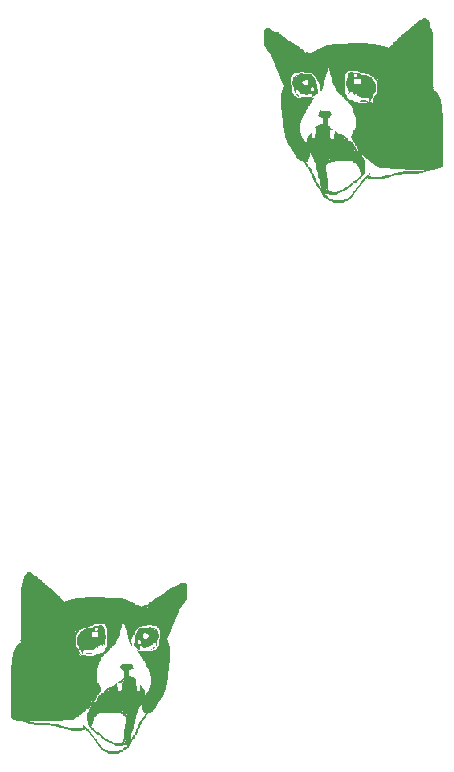
<source format=gbo>
G04*
G04 #@! TF.GenerationSoftware,Altium Limited,Altium Designer,20.1.14 (287)*
G04*
G04 Layer_Color=32896*
%FSAX25Y25*%
%MOIN*%
G70*
G04*
G04 #@! TF.SameCoordinates,FC2F126E-21AF-4EAC-9D32-16AAFC288CF4*
G04*
G04*
G04 #@! TF.FilePolarity,Positive*
G04*
G01*
G75*
G36*
X0152725Y0063578D02*
X0153251D01*
Y0063316D01*
X0153513D01*
Y0063053D01*
X0154039D01*
Y0062790D01*
X0154301D01*
Y0062528D01*
X0154826D01*
Y0062265D01*
X0155089D01*
Y0062002D01*
X0155352D01*
Y0061740D01*
X0155614D01*
Y0061477D01*
X0155877D01*
Y0061214D01*
X0156402D01*
Y0060952D01*
X0156665D01*
Y0060689D01*
X0156928D01*
Y0060426D01*
X0157190D01*
Y0060164D01*
X0157453D01*
Y0059901D01*
X0157716D01*
Y0059639D01*
X0158241D01*
Y0059376D01*
X0158504D01*
Y0059113D01*
X0158766D01*
Y0058851D01*
X0159029D01*
Y0058588D01*
X0159554D01*
Y0058325D01*
X0159817D01*
Y0058063D01*
X0160080D01*
Y0057800D01*
X0160342D01*
Y0057537D01*
X0160605D01*
Y0057275D01*
X0160868D01*
Y0057012D01*
X0161130D01*
Y0056749D01*
X0161393D01*
Y0056487D01*
X0161655D01*
Y0056224D01*
X0161918D01*
Y0055961D01*
X0162443D01*
Y0055699D01*
X0162706D01*
Y0055436D01*
Y0055173D01*
X0162969D01*
Y0054911D01*
X0163231D01*
Y0054648D01*
X0163494D01*
Y0054386D01*
X0163757D01*
Y0054123D01*
X0164282D01*
Y0054386D01*
X0165070D01*
Y0054648D01*
X0166383D01*
Y0054911D01*
X0167434D01*
Y0055173D01*
X0168222D01*
Y0055436D01*
X0170848D01*
Y0055699D01*
X0177415D01*
Y0055436D01*
X0182405D01*
Y0055173D01*
X0183455D01*
Y0054911D01*
X0184506D01*
Y0054648D01*
X0185294D01*
Y0054386D01*
X0185819D01*
Y0054123D01*
X0186607D01*
Y0053860D01*
X0186870D01*
Y0053598D01*
X0187395D01*
Y0053335D01*
X0187658D01*
Y0053072D01*
X0188446D01*
Y0052810D01*
X0188971D01*
Y0052547D01*
X0189496D01*
Y0052284D01*
X0189759D01*
Y0052547D01*
X0190547D01*
Y0052810D01*
X0191072D01*
Y0052547D01*
X0191335D01*
Y0052810D01*
X0191598D01*
Y0053072D01*
X0191860D01*
Y0053335D01*
X0192123D01*
Y0053598D01*
X0192385D01*
Y0053860D01*
X0192911D01*
Y0054123D01*
X0193174D01*
Y0054386D01*
X0193436D01*
Y0054648D01*
X0193961D01*
Y0054911D01*
X0194224D01*
Y0055173D01*
X0194749D01*
Y0055436D01*
X0195012D01*
Y0055699D01*
X0195537D01*
Y0055961D01*
X0196063D01*
Y0056224D01*
X0196588D01*
Y0056487D01*
X0196851D01*
Y0056749D01*
X0197113D01*
Y0057012D01*
X0197639D01*
Y0057275D01*
X0197901D01*
Y0057537D01*
X0198164D01*
Y0057800D01*
X0198426D01*
Y0058063D01*
X0198952D01*
Y0058325D01*
X0199214D01*
Y0058588D01*
X0199740D01*
Y0058851D01*
X0200002D01*
Y0059113D01*
X0200790D01*
Y0059376D01*
X0201578D01*
Y0059639D01*
X0202104D01*
Y0059901D01*
X0202629D01*
Y0060164D01*
X0202892D01*
Y0060426D01*
X0203679D01*
Y0060164D01*
X0203942D01*
Y0060426D01*
X0204205D01*
Y0060164D01*
X0204468D01*
Y0059901D01*
X0204730D01*
Y0059639D01*
Y0059376D01*
Y0059113D01*
Y0058851D01*
Y0058588D01*
Y0058325D01*
Y0058063D01*
Y0057800D01*
Y0057537D01*
Y0057275D01*
Y0057012D01*
Y0056749D01*
Y0056487D01*
Y0056224D01*
Y0055961D01*
Y0055699D01*
Y0055436D01*
Y0055173D01*
Y0054911D01*
Y0054648D01*
X0204468D01*
Y0054386D01*
X0204205D01*
Y0054123D01*
Y0053860D01*
Y0053598D01*
X0203942D01*
Y0053335D01*
X0203679D01*
Y0053072D01*
X0203417D01*
Y0052810D01*
X0203154D01*
Y0052547D01*
Y0052284D01*
X0202892D01*
Y0052022D01*
X0202629D01*
Y0051759D01*
Y0051496D01*
X0202366D01*
Y0051234D01*
Y0050971D01*
X0202104D01*
Y0050708D01*
Y0050446D01*
X0201841D01*
Y0050183D01*
Y0049920D01*
Y0049658D01*
X0201578D01*
Y0049395D01*
Y0049132D01*
X0201316D01*
Y0048870D01*
Y0048607D01*
Y0048345D01*
X0201053D01*
Y0048082D01*
Y0047819D01*
X0200790D01*
Y0047557D01*
Y0047294D01*
X0200528D01*
Y0047031D01*
Y0046769D01*
Y0046506D01*
X0200265D01*
Y0046243D01*
Y0045981D01*
X0200002D01*
Y0045718D01*
Y0045455D01*
X0199740D01*
Y0045193D01*
Y0044930D01*
X0199477D01*
Y0044668D01*
Y0044405D01*
Y0044142D01*
Y0043880D01*
X0199214D01*
Y0043617D01*
Y0043354D01*
X0198952D01*
Y0043092D01*
Y0042829D01*
Y0042566D01*
X0198689D01*
Y0042304D01*
X0198426D01*
Y0042041D01*
X0198164D01*
Y0041778D01*
Y0041516D01*
Y0041253D01*
X0198426D01*
Y0040990D01*
Y0040728D01*
X0198689D01*
Y0040465D01*
Y0040202D01*
X0198952D01*
Y0039940D01*
Y0039677D01*
Y0039415D01*
X0199214D01*
Y0039152D01*
Y0038889D01*
Y0038627D01*
Y0038364D01*
Y0038101D01*
Y0037839D01*
Y0037576D01*
Y0037313D01*
Y0037051D01*
Y0036788D01*
Y0036525D01*
Y0036263D01*
Y0036000D01*
Y0035737D01*
Y0035475D01*
Y0035212D01*
Y0034949D01*
Y0034687D01*
Y0034424D01*
Y0034161D01*
Y0033899D01*
Y0033636D01*
X0198952D01*
Y0033373D01*
Y0033111D01*
Y0032848D01*
Y0032586D01*
Y0032323D01*
Y0032060D01*
Y0031798D01*
Y0031535D01*
Y0031272D01*
Y0031010D01*
X0198689D01*
Y0030747D01*
Y0030484D01*
Y0030222D01*
Y0029959D01*
X0198426D01*
Y0029696D01*
Y0029434D01*
Y0029171D01*
Y0028908D01*
Y0028646D01*
Y0028383D01*
Y0028120D01*
Y0027858D01*
X0198164D01*
Y0027595D01*
Y0027332D01*
Y0027070D01*
Y0026807D01*
Y0026545D01*
Y0026282D01*
X0197901D01*
Y0026019D01*
Y0025757D01*
Y0025494D01*
Y0025231D01*
Y0024969D01*
Y0024706D01*
X0197639D01*
Y0024443D01*
Y0024181D01*
Y0023918D01*
X0197376D01*
Y0023655D01*
Y0023393D01*
X0197113D01*
Y0023130D01*
Y0022867D01*
X0196851D01*
Y0022605D01*
Y0022342D01*
X0196588D01*
Y0022080D01*
X0196325D01*
Y0021817D01*
Y0021554D01*
X0196063D01*
Y0021292D01*
X0195800D01*
Y0021029D01*
X0195537D01*
Y0020766D01*
Y0020504D01*
X0195275D01*
Y0020241D01*
Y0019978D01*
X0195012D01*
Y0019716D01*
Y0019453D01*
X0194749D01*
Y0019190D01*
X0194487D01*
Y0018928D01*
Y0018665D01*
X0194224D01*
Y0018402D01*
Y0018140D01*
X0193961D01*
Y0017877D01*
X0193699D01*
Y0017615D01*
X0193436D01*
Y0017352D01*
X0192911D01*
Y0017089D01*
X0192123D01*
Y0016826D01*
X0191860D01*
Y0016564D01*
X0191598D01*
Y0016301D01*
X0191335D01*
Y0016039D01*
Y0015776D01*
X0191072D01*
Y0015513D01*
Y0015251D01*
X0190810D01*
Y0014988D01*
X0190547D01*
Y0014725D01*
X0190284D01*
Y0014463D01*
X0190022D01*
Y0014200D01*
Y0013937D01*
X0189759D01*
Y0013675D01*
Y0013412D01*
Y0013149D01*
X0189496D01*
Y0012887D01*
X0189234D01*
Y0012624D01*
Y0012361D01*
Y0012099D01*
X0188971D01*
Y0011836D01*
Y0011574D01*
X0188708D01*
Y0011311D01*
Y0011048D01*
Y0010786D01*
X0188446D01*
Y0010523D01*
Y0010260D01*
X0188183D01*
Y0009998D01*
Y0009735D01*
X0187920D01*
Y0009472D01*
X0187658D01*
Y0009210D01*
Y0008947D01*
X0187395D01*
Y0008684D01*
Y0008422D01*
X0187133D01*
Y0008159D01*
X0186870D01*
Y0007896D01*
X0186607D01*
Y0007634D01*
Y0007371D01*
X0186345D01*
Y0007108D01*
X0186082D01*
Y0006846D01*
Y0006583D01*
X0185819D01*
Y0006320D01*
Y0006058D01*
X0185557D01*
Y0005795D01*
Y0005533D01*
Y0005270D01*
X0185031D01*
Y0005007D01*
X0184506D01*
Y0004745D01*
X0183981D01*
Y0004482D01*
X0183718D01*
Y0004219D01*
X0183455D01*
Y0003957D01*
X0182668D01*
Y0003694D01*
X0182142D01*
Y0003431D01*
X0178465D01*
Y0003694D01*
X0178202D01*
Y0003957D01*
X0177415D01*
Y0004219D01*
X0176889D01*
Y0004482D01*
X0176364D01*
Y0004745D01*
Y0005007D01*
X0176101D01*
Y0005270D01*
X0175839D01*
Y0005533D01*
Y0005795D01*
X0175576D01*
Y0006058D01*
X0175313D01*
Y0006320D01*
Y0006583D01*
X0175051D01*
Y0006846D01*
X0174788D01*
Y0007108D01*
X0174525D01*
Y0007371D01*
Y0007634D01*
X0174263D01*
Y0007896D01*
X0174000D01*
Y0008159D01*
X0173737D01*
Y0008422D01*
Y0008684D01*
X0173475D01*
Y0008947D01*
X0173212D01*
Y0009210D01*
X0172949D01*
Y0009472D01*
X0172687D01*
Y0009735D01*
X0172424D01*
Y0009998D01*
Y0010260D01*
X0172161D01*
Y0010523D01*
X0171899D01*
Y0010786D01*
Y0011048D01*
X0171373D01*
Y0011311D01*
X0171111D01*
Y0011574D01*
X0170848D01*
Y0011311D01*
X0169798D01*
Y0011048D01*
X0166383D01*
Y0011311D01*
X0165070D01*
Y0011574D01*
X0164019D01*
Y0011836D01*
X0163231D01*
Y0012099D01*
X0162181D01*
Y0012361D01*
X0161130D01*
Y0012624D01*
X0159554D01*
Y0012887D01*
X0154039D01*
Y0013149D01*
X0152725D01*
Y0013412D01*
X0151937D01*
Y0013675D01*
X0151149D01*
Y0013937D01*
X0150361D01*
Y0014200D01*
X0148785D01*
Y0014463D01*
X0147998D01*
Y0014725D01*
X0146947D01*
Y0014988D01*
X0146684D01*
Y0015251D01*
X0146159D01*
Y0015513D01*
Y0015776D01*
Y0016039D01*
Y0016301D01*
Y0016564D01*
Y0016826D01*
Y0017089D01*
Y0017352D01*
Y0017615D01*
Y0017877D01*
Y0018140D01*
Y0018402D01*
Y0018665D01*
Y0018928D01*
Y0019190D01*
Y0019453D01*
Y0019716D01*
Y0019978D01*
Y0020241D01*
Y0020504D01*
Y0020766D01*
Y0021029D01*
Y0021292D01*
Y0021554D01*
Y0021817D01*
Y0022080D01*
Y0022342D01*
Y0022605D01*
Y0022867D01*
Y0023130D01*
Y0023393D01*
Y0023655D01*
Y0023918D01*
Y0024181D01*
Y0024443D01*
Y0024706D01*
Y0024969D01*
Y0025231D01*
Y0025494D01*
Y0025757D01*
Y0026019D01*
Y0026282D01*
Y0026545D01*
Y0026807D01*
Y0027070D01*
Y0027332D01*
Y0027595D01*
Y0027858D01*
Y0028120D01*
Y0028383D01*
Y0028646D01*
Y0028908D01*
Y0029171D01*
Y0029434D01*
Y0029696D01*
Y0029959D01*
Y0030222D01*
Y0030484D01*
Y0030747D01*
Y0031010D01*
Y0031272D01*
Y0031535D01*
Y0031798D01*
Y0032060D01*
Y0032323D01*
Y0032586D01*
Y0032848D01*
X0146422D01*
Y0033111D01*
Y0033373D01*
Y0033636D01*
Y0033899D01*
Y0034161D01*
Y0034424D01*
Y0034687D01*
X0146684D01*
Y0034949D01*
Y0035212D01*
Y0035475D01*
Y0035737D01*
X0146947D01*
Y0036000D01*
Y0036263D01*
Y0036525D01*
Y0036788D01*
Y0037051D01*
Y0037313D01*
X0147210D01*
Y0037576D01*
Y0037839D01*
Y0038101D01*
X0147472D01*
Y0038364D01*
Y0038627D01*
X0147735D01*
Y0038889D01*
Y0039152D01*
X0147998D01*
Y0039415D01*
X0148260D01*
Y0039677D01*
X0148523D01*
Y0039940D01*
X0149048D01*
Y0040202D01*
X0149311D01*
Y0040465D01*
X0149574D01*
Y0040728D01*
Y0040990D01*
X0149311D01*
Y0041253D01*
X0149574D01*
Y0041516D01*
Y0041778D01*
Y0042041D01*
Y0042304D01*
Y0042566D01*
Y0042829D01*
Y0043092D01*
Y0043354D01*
Y0043617D01*
Y0043880D01*
Y0044142D01*
Y0044405D01*
Y0044668D01*
Y0044930D01*
Y0045193D01*
Y0045455D01*
Y0045718D01*
Y0045981D01*
Y0046243D01*
Y0046506D01*
Y0046769D01*
Y0047031D01*
Y0047294D01*
Y0047557D01*
Y0047819D01*
Y0048082D01*
Y0048345D01*
Y0048607D01*
Y0048870D01*
Y0049132D01*
Y0049395D01*
Y0049658D01*
Y0049920D01*
Y0050183D01*
Y0050446D01*
Y0050708D01*
Y0050971D01*
Y0051234D01*
Y0051496D01*
Y0051759D01*
Y0052022D01*
Y0052284D01*
Y0052547D01*
Y0052810D01*
Y0053072D01*
Y0053335D01*
Y0053598D01*
Y0053860D01*
Y0054123D01*
Y0054386D01*
Y0054648D01*
Y0054911D01*
Y0055173D01*
Y0055436D01*
Y0055699D01*
Y0055961D01*
Y0056224D01*
Y0056487D01*
Y0056749D01*
Y0057012D01*
Y0057275D01*
Y0057537D01*
Y0057800D01*
Y0058063D01*
Y0058325D01*
Y0058588D01*
Y0058851D01*
Y0059113D01*
X0149836D01*
Y0059376D01*
Y0059639D01*
Y0059901D01*
Y0060164D01*
X0150099D01*
Y0060426D01*
X0150361D01*
Y0060689D01*
Y0060952D01*
Y0061214D01*
Y0061477D01*
Y0061740D01*
X0150624D01*
Y0062002D01*
Y0062265D01*
Y0062528D01*
X0150887D01*
Y0062790D01*
Y0063053D01*
X0151149D01*
Y0063316D01*
X0151412D01*
Y0063578D01*
X0151675D01*
Y0063841D01*
X0152725D01*
Y0063578D01*
D02*
G37*
G36*
X0284676Y0248352D02*
X0284943D01*
Y0248084D01*
X0285211D01*
Y0247816D01*
X0285479D01*
Y0247549D01*
Y0247281D01*
X0285746D01*
Y0247014D01*
Y0246746D01*
Y0246479D01*
X0286014D01*
Y0246211D01*
Y0245943D01*
Y0245676D01*
Y0245408D01*
Y0245141D01*
X0286281D01*
Y0244873D01*
X0286549D01*
Y0244605D01*
Y0244338D01*
Y0244070D01*
Y0243802D01*
X0286817D01*
Y0243535D01*
Y0243267D01*
Y0243000D01*
Y0242732D01*
Y0242464D01*
Y0242197D01*
Y0241929D01*
Y0241662D01*
Y0241394D01*
Y0241126D01*
Y0240859D01*
Y0240591D01*
Y0240324D01*
Y0240056D01*
Y0239788D01*
Y0239521D01*
Y0239253D01*
Y0238986D01*
Y0238718D01*
Y0238450D01*
Y0238183D01*
Y0237915D01*
Y0237648D01*
Y0237380D01*
Y0237112D01*
Y0236845D01*
Y0236577D01*
Y0236310D01*
Y0236042D01*
Y0235774D01*
Y0235507D01*
Y0235239D01*
Y0234971D01*
Y0234704D01*
Y0234436D01*
Y0234169D01*
Y0233901D01*
Y0233633D01*
Y0233366D01*
Y0233098D01*
Y0232831D01*
Y0232563D01*
Y0232295D01*
Y0232028D01*
Y0231760D01*
Y0231493D01*
Y0231225D01*
Y0230958D01*
Y0230690D01*
Y0230422D01*
Y0230155D01*
Y0229887D01*
Y0229620D01*
Y0229352D01*
Y0229084D01*
Y0228817D01*
Y0228549D01*
Y0228281D01*
Y0228014D01*
Y0227746D01*
Y0227479D01*
Y0227211D01*
Y0226943D01*
Y0226676D01*
Y0226408D01*
Y0226141D01*
Y0225873D01*
Y0225605D01*
X0287084D01*
Y0225338D01*
X0286817D01*
Y0225070D01*
Y0224803D01*
X0287084D01*
Y0224535D01*
X0287352D01*
Y0224267D01*
X0287887D01*
Y0224000D01*
X0288155D01*
Y0223732D01*
X0288422D01*
Y0223465D01*
X0288690D01*
Y0223197D01*
Y0222929D01*
X0288958D01*
Y0222662D01*
Y0222394D01*
X0289225D01*
Y0222127D01*
Y0221859D01*
Y0221591D01*
X0289493D01*
Y0221324D01*
Y0221056D01*
Y0220789D01*
Y0220521D01*
Y0220253D01*
Y0219986D01*
X0289760D01*
Y0219718D01*
Y0219451D01*
Y0219183D01*
Y0218915D01*
X0290028D01*
Y0218648D01*
Y0218380D01*
Y0218113D01*
Y0217845D01*
Y0217577D01*
Y0217310D01*
Y0217042D01*
X0290296D01*
Y0216775D01*
Y0216507D01*
Y0216239D01*
Y0215972D01*
Y0215704D01*
Y0215437D01*
Y0215169D01*
Y0214901D01*
Y0214634D01*
Y0214366D01*
Y0214099D01*
Y0213831D01*
Y0213563D01*
Y0213296D01*
Y0213028D01*
Y0212760D01*
Y0212493D01*
Y0212225D01*
Y0211958D01*
Y0211690D01*
Y0211422D01*
Y0211155D01*
Y0210887D01*
Y0210620D01*
Y0210352D01*
Y0210085D01*
Y0209817D01*
Y0209549D01*
Y0209282D01*
Y0209014D01*
Y0208746D01*
Y0208479D01*
Y0208211D01*
Y0207944D01*
Y0207676D01*
Y0207408D01*
Y0207141D01*
Y0206873D01*
Y0206606D01*
Y0206338D01*
Y0206070D01*
Y0205803D01*
Y0205535D01*
Y0205268D01*
Y0205000D01*
Y0204732D01*
Y0204465D01*
Y0204197D01*
Y0203930D01*
Y0203662D01*
Y0203394D01*
Y0203127D01*
Y0202859D01*
Y0202592D01*
Y0202324D01*
Y0202056D01*
Y0201789D01*
Y0201521D01*
Y0201254D01*
Y0200986D01*
Y0200718D01*
Y0200451D01*
Y0200183D01*
Y0199916D01*
Y0199648D01*
Y0199380D01*
Y0199113D01*
X0289760D01*
Y0198845D01*
X0289493D01*
Y0198577D01*
X0288422D01*
Y0198310D01*
X0287619D01*
Y0198042D01*
X0286014D01*
Y0197775D01*
X0285211D01*
Y0197507D01*
X0284408D01*
Y0197239D01*
X0283605D01*
Y0196972D01*
X0282267D01*
Y0196704D01*
X0276648D01*
Y0196437D01*
X0275042D01*
Y0196169D01*
X0273972D01*
Y0195902D01*
X0272901D01*
Y0195634D01*
X0272098D01*
Y0195366D01*
X0271028D01*
Y0195099D01*
X0269690D01*
Y0194831D01*
X0266211D01*
Y0195099D01*
X0265141D01*
Y0195366D01*
X0264873D01*
Y0195099D01*
X0264606D01*
Y0194831D01*
X0264070D01*
Y0194563D01*
Y0194296D01*
X0263803D01*
Y0194028D01*
X0263535D01*
Y0193761D01*
Y0193493D01*
X0263268D01*
Y0193226D01*
X0263000D01*
Y0192958D01*
X0262732D01*
Y0192690D01*
X0262465D01*
Y0192423D01*
X0262197D01*
Y0192155D01*
Y0191887D01*
X0261930D01*
Y0191620D01*
X0261662D01*
Y0191352D01*
X0261394D01*
Y0191085D01*
Y0190817D01*
X0261127D01*
Y0190549D01*
X0260859D01*
Y0190282D01*
X0260592D01*
Y0190014D01*
Y0189747D01*
X0260324D01*
Y0189479D01*
X0260056D01*
Y0189211D01*
Y0188944D01*
X0259789D01*
Y0188676D01*
X0259521D01*
Y0188409D01*
Y0188141D01*
X0258986D01*
Y0187873D01*
X0258451D01*
Y0187606D01*
X0257648D01*
Y0187338D01*
X0257380D01*
Y0187071D01*
X0253634D01*
Y0187338D01*
X0253099D01*
Y0187606D01*
X0252296D01*
Y0187873D01*
X0252028D01*
Y0188141D01*
X0251761D01*
Y0188409D01*
X0251225D01*
Y0188676D01*
X0250690D01*
Y0188944D01*
X0250155D01*
Y0189211D01*
Y0189479D01*
Y0189747D01*
X0249887D01*
Y0190014D01*
Y0190282D01*
X0249620D01*
Y0190549D01*
Y0190817D01*
X0249352D01*
Y0191085D01*
X0249085D01*
Y0191352D01*
Y0191620D01*
X0248817D01*
Y0191887D01*
X0248549D01*
Y0192155D01*
X0248282D01*
Y0192423D01*
Y0192690D01*
X0248014D01*
Y0192958D01*
Y0193226D01*
X0247747D01*
Y0193493D01*
X0247479D01*
Y0193761D01*
Y0194028D01*
X0247211D01*
Y0194296D01*
Y0194563D01*
X0246944D01*
Y0194831D01*
Y0195099D01*
Y0195366D01*
X0246676D01*
Y0195634D01*
Y0195902D01*
X0246409D01*
Y0196169D01*
Y0196437D01*
Y0196704D01*
X0246141D01*
Y0196972D01*
X0245873D01*
Y0197239D01*
Y0197507D01*
Y0197775D01*
X0245606D01*
Y0198042D01*
Y0198310D01*
X0245338D01*
Y0198577D01*
X0245071D01*
Y0198845D01*
X0244803D01*
Y0199113D01*
X0244535D01*
Y0199380D01*
Y0199648D01*
X0244268D01*
Y0199916D01*
Y0200183D01*
X0244000D01*
Y0200451D01*
X0243733D01*
Y0200718D01*
X0243465D01*
Y0200986D01*
X0242662D01*
Y0201254D01*
X0242127D01*
Y0201521D01*
X0241859D01*
Y0201789D01*
X0241592D01*
Y0202056D01*
X0241324D01*
Y0202324D01*
Y0202592D01*
X0241057D01*
Y0202859D01*
Y0203127D01*
X0240789D01*
Y0203394D01*
X0240521D01*
Y0203662D01*
Y0203930D01*
X0240254D01*
Y0204197D01*
Y0204465D01*
X0239986D01*
Y0204732D01*
Y0205000D01*
X0239719D01*
Y0205268D01*
X0239451D01*
Y0205535D01*
X0239183D01*
Y0205803D01*
Y0206070D01*
X0238916D01*
Y0206338D01*
X0238648D01*
Y0206606D01*
Y0206873D01*
X0238381D01*
Y0207141D01*
Y0207408D01*
X0238113D01*
Y0207676D01*
Y0207944D01*
X0237845D01*
Y0208211D01*
Y0208479D01*
Y0208746D01*
X0237578D01*
Y0209014D01*
Y0209282D01*
Y0209549D01*
Y0209817D01*
Y0210085D01*
Y0210352D01*
X0237310D01*
Y0210620D01*
Y0210887D01*
Y0211155D01*
Y0211422D01*
Y0211690D01*
Y0211958D01*
X0237042D01*
Y0212225D01*
Y0212493D01*
Y0212760D01*
Y0213028D01*
Y0213296D01*
Y0213563D01*
Y0213831D01*
Y0214099D01*
X0236775D01*
Y0214366D01*
Y0214634D01*
Y0214901D01*
Y0215169D01*
X0236507D01*
Y0215437D01*
Y0215704D01*
Y0215972D01*
Y0216239D01*
Y0216507D01*
Y0216775D01*
Y0217042D01*
Y0217310D01*
Y0217577D01*
Y0217845D01*
X0236240D01*
Y0218113D01*
Y0218380D01*
Y0218648D01*
Y0218915D01*
Y0219183D01*
Y0219451D01*
Y0219718D01*
Y0219986D01*
Y0220253D01*
Y0220521D01*
Y0220789D01*
Y0221056D01*
Y0221324D01*
Y0221591D01*
Y0221859D01*
Y0222127D01*
Y0222394D01*
Y0222662D01*
Y0222929D01*
Y0223197D01*
Y0223465D01*
Y0223732D01*
X0236507D01*
Y0224000D01*
Y0224267D01*
Y0224535D01*
X0236775D01*
Y0224803D01*
Y0225070D01*
X0237042D01*
Y0225338D01*
Y0225605D01*
X0237310D01*
Y0225873D01*
Y0226141D01*
Y0226408D01*
X0237042D01*
Y0226676D01*
X0236775D01*
Y0226943D01*
X0236507D01*
Y0227211D01*
Y0227479D01*
Y0227746D01*
X0236240D01*
Y0228014D01*
Y0228281D01*
X0235972D01*
Y0228549D01*
Y0228817D01*
Y0229084D01*
Y0229352D01*
X0235704D01*
Y0229620D01*
Y0229887D01*
X0235437D01*
Y0230155D01*
Y0230422D01*
X0235169D01*
Y0230690D01*
Y0230958D01*
X0234902D01*
Y0231225D01*
Y0231493D01*
Y0231760D01*
X0234634D01*
Y0232028D01*
Y0232295D01*
X0234366D01*
Y0232563D01*
Y0232831D01*
X0234099D01*
Y0233098D01*
Y0233366D01*
Y0233633D01*
X0233831D01*
Y0233901D01*
Y0234169D01*
X0233564D01*
Y0234436D01*
Y0234704D01*
Y0234971D01*
X0233296D01*
Y0235239D01*
Y0235507D01*
X0233029D01*
Y0235774D01*
Y0236042D01*
X0232761D01*
Y0236310D01*
Y0236577D01*
X0232493D01*
Y0236845D01*
X0232226D01*
Y0237112D01*
Y0237380D01*
X0231958D01*
Y0237648D01*
X0231690D01*
Y0237915D01*
X0231423D01*
Y0238183D01*
X0231155D01*
Y0238450D01*
Y0238718D01*
Y0238986D01*
X0230888D01*
Y0239253D01*
X0230620D01*
Y0239521D01*
Y0239788D01*
Y0240056D01*
Y0240324D01*
Y0240591D01*
Y0240859D01*
Y0241126D01*
Y0241394D01*
Y0241662D01*
Y0241929D01*
Y0242197D01*
Y0242464D01*
Y0242732D01*
Y0243000D01*
Y0243267D01*
Y0243535D01*
Y0243802D01*
Y0244070D01*
Y0244338D01*
Y0244605D01*
X0230888D01*
Y0244873D01*
X0231155D01*
Y0245141D01*
X0231423D01*
Y0244873D01*
X0231690D01*
Y0245141D01*
X0232493D01*
Y0244873D01*
X0232761D01*
Y0244605D01*
X0233296D01*
Y0244338D01*
X0233831D01*
Y0244070D01*
X0234634D01*
Y0243802D01*
X0235437D01*
Y0243535D01*
X0235704D01*
Y0243267D01*
X0236240D01*
Y0243000D01*
X0236507D01*
Y0242732D01*
X0237042D01*
Y0242464D01*
X0237310D01*
Y0242197D01*
X0237578D01*
Y0241929D01*
X0237845D01*
Y0241662D01*
X0238381D01*
Y0241394D01*
X0238648D01*
Y0241126D01*
X0238916D01*
Y0240859D01*
X0239451D01*
Y0240591D01*
X0239986D01*
Y0240324D01*
X0240521D01*
Y0240056D01*
X0240789D01*
Y0239788D01*
X0241324D01*
Y0239521D01*
X0241592D01*
Y0239253D01*
X0242127D01*
Y0238986D01*
X0242394D01*
Y0238718D01*
X0242662D01*
Y0238450D01*
X0243197D01*
Y0238183D01*
X0243465D01*
Y0237915D01*
X0243733D01*
Y0237648D01*
X0244000D01*
Y0237380D01*
X0244268D01*
Y0237112D01*
X0244535D01*
Y0237380D01*
X0245071D01*
Y0237112D01*
X0245873D01*
Y0236845D01*
X0246141D01*
Y0237112D01*
X0246676D01*
Y0237380D01*
X0247211D01*
Y0237648D01*
X0248014D01*
Y0237915D01*
X0248282D01*
Y0238183D01*
X0248817D01*
Y0238450D01*
X0249085D01*
Y0238718D01*
X0249887D01*
Y0238986D01*
X0250423D01*
Y0239253D01*
X0251225D01*
Y0239521D01*
X0252296D01*
Y0239788D01*
X0253366D01*
Y0240056D01*
X0258451D01*
Y0240324D01*
X0265141D01*
Y0240056D01*
X0267817D01*
Y0239788D01*
X0268620D01*
Y0239521D01*
X0269690D01*
Y0239253D01*
X0271028D01*
Y0238986D01*
X0271831D01*
Y0238718D01*
X0272366D01*
Y0238986D01*
X0272634D01*
Y0239253D01*
X0272901D01*
Y0239521D01*
X0273169D01*
Y0239788D01*
X0273436D01*
Y0240056D01*
Y0240324D01*
X0273704D01*
Y0240591D01*
X0274239D01*
Y0240859D01*
X0274507D01*
Y0241126D01*
X0274775D01*
Y0241394D01*
X0275042D01*
Y0241662D01*
X0275310D01*
Y0241929D01*
X0275577D01*
Y0242197D01*
X0275845D01*
Y0242464D01*
X0276113D01*
Y0242732D01*
X0276380D01*
Y0243000D01*
X0276648D01*
Y0243267D01*
X0277183D01*
Y0243535D01*
X0277451D01*
Y0243802D01*
X0277718D01*
Y0244070D01*
X0277986D01*
Y0244338D01*
X0278521D01*
Y0244605D01*
X0278789D01*
Y0244873D01*
X0279056D01*
Y0245141D01*
X0279324D01*
Y0245408D01*
X0279591D01*
Y0245676D01*
X0279859D01*
Y0245943D01*
X0280394D01*
Y0246211D01*
X0280662D01*
Y0246479D01*
X0280929D01*
Y0246746D01*
X0281197D01*
Y0247014D01*
X0281465D01*
Y0247281D01*
X0282000D01*
Y0247549D01*
X0282267D01*
Y0247816D01*
X0282803D01*
Y0248084D01*
X0283070D01*
Y0248352D01*
X0283605D01*
Y0248619D01*
X0284676D01*
Y0248352D01*
D02*
G37*
%LPC*%
G36*
X0160342Y0056487D02*
X0160080D01*
Y0056224D01*
X0160342D01*
Y0056487D01*
D02*
G37*
G36*
X0191860Y0052284D02*
X0191598D01*
Y0052022D01*
X0191860D01*
Y0052284D01*
D02*
G37*
G36*
X0167959Y0044142D02*
X0167696D01*
Y0043880D01*
X0167959D01*
Y0044142D01*
D02*
G37*
G36*
X0167696Y0043880D02*
X0167434D01*
Y0043617D01*
X0167696D01*
Y0043880D01*
D02*
G37*
G36*
X0183718Y0047557D02*
X0183455D01*
Y0047294D01*
Y0047031D01*
Y0046769D01*
Y0046506D01*
X0183193D01*
Y0046243D01*
Y0045981D01*
Y0045718D01*
Y0045455D01*
Y0045193D01*
X0182930D01*
Y0044930D01*
Y0044668D01*
X0182668D01*
Y0044405D01*
Y0044142D01*
Y0043880D01*
Y0043617D01*
Y0043354D01*
Y0043092D01*
X0182405D01*
Y0042829D01*
Y0042566D01*
X0182142D01*
Y0042304D01*
Y0042041D01*
X0181879D01*
Y0041778D01*
Y0041516D01*
X0181617D01*
Y0041253D01*
Y0040990D01*
X0181354D01*
Y0040728D01*
Y0040465D01*
Y0040202D01*
X0181092D01*
Y0039940D01*
X0180829D01*
Y0039677D01*
X0180566D01*
Y0039415D01*
X0180304D01*
Y0039152D01*
X0180041D01*
Y0038889D01*
X0179778D01*
Y0038627D01*
X0179253D01*
Y0038364D01*
Y0038101D01*
X0178728D01*
Y0037839D01*
Y0037576D01*
X0178465D01*
Y0037313D01*
X0178202D01*
Y0037051D01*
X0177940D01*
Y0036788D01*
X0177415D01*
Y0036525D01*
X0177152D01*
Y0036263D01*
Y0036000D01*
X0176889D01*
Y0035737D01*
X0176627D01*
Y0035475D01*
X0176364D01*
Y0035212D01*
Y0034949D01*
X0176101D01*
Y0034687D01*
Y0034424D01*
X0175839D01*
Y0034161D01*
Y0033899D01*
X0175576D01*
Y0033636D01*
Y0033373D01*
Y0033111D01*
Y0032848D01*
X0175313D01*
Y0032586D01*
Y0032323D01*
Y0032060D01*
X0175051D01*
Y0031798D01*
Y0031535D01*
X0174788D01*
Y0031272D01*
Y0031010D01*
Y0030747D01*
Y0030484D01*
Y0030222D01*
Y0029959D01*
Y0029696D01*
Y0029434D01*
Y0029171D01*
Y0028908D01*
Y0028646D01*
Y0028383D01*
Y0028120D01*
Y0027858D01*
X0175051D01*
Y0027595D01*
Y0027332D01*
Y0027070D01*
X0175576D01*
Y0026807D01*
Y0026545D01*
Y0026282D01*
X0175839D01*
Y0026019D01*
Y0025757D01*
X0176101D01*
Y0025494D01*
Y0025231D01*
X0176364D01*
Y0024969D01*
Y0024706D01*
Y0024443D01*
X0176101D01*
Y0024181D01*
Y0023918D01*
X0175839D01*
Y0023655D01*
X0175576D01*
Y0023393D01*
Y0023130D01*
X0175313D01*
Y0022867D01*
X0175051D01*
Y0022605D01*
Y0022342D01*
Y0022080D01*
X0175313D01*
Y0022342D01*
Y0022605D01*
X0175576D01*
Y0022867D01*
X0175839D01*
Y0023130D01*
X0176101D01*
Y0023393D01*
X0176364D01*
Y0023655D01*
X0177152D01*
Y0023918D01*
Y0024181D01*
X0177415D01*
Y0024443D01*
X0177677D01*
Y0024706D01*
X0177940D01*
Y0024969D01*
X0178202D01*
Y0025231D01*
X0178728D01*
Y0025494D01*
X0179253D01*
Y0025757D01*
X0179778D01*
Y0026019D01*
X0180566D01*
Y0026282D01*
X0180829D01*
Y0026545D01*
X0181354D01*
Y0026807D01*
X0181617D01*
Y0026545D01*
Y0026282D01*
Y0026019D01*
Y0025757D01*
X0181879D01*
Y0025494D01*
Y0025231D01*
Y0024969D01*
Y0024706D01*
Y0024443D01*
Y0024181D01*
X0182930D01*
Y0024443D01*
Y0024706D01*
X0183193D01*
Y0024969D01*
Y0025231D01*
Y0025494D01*
Y0025757D01*
Y0026019D01*
Y0026282D01*
Y0026545D01*
Y0026807D01*
Y0027070D01*
X0181879D01*
Y0027332D01*
X0182142D01*
Y0027595D01*
X0182930D01*
Y0027858D01*
X0183193D01*
Y0028120D01*
Y0028383D01*
X0183718D01*
Y0028646D01*
X0183981D01*
Y0028908D01*
Y0029171D01*
Y0029434D01*
Y0029696D01*
Y0029959D01*
Y0030222D01*
Y0030484D01*
Y0030747D01*
Y0031010D01*
X0183455D01*
Y0031272D01*
X0183193D01*
Y0031535D01*
Y0031798D01*
X0182930D01*
Y0032060D01*
X0182668D01*
Y0032323D01*
Y0032586D01*
X0182930D01*
Y0032848D01*
Y0033111D01*
X0183193D01*
Y0033373D01*
X0186082D01*
Y0033636D01*
X0186345D01*
Y0033373D01*
X0186607D01*
Y0033111D01*
X0186870D01*
Y0032848D01*
Y0032586D01*
Y0032323D01*
Y0032060D01*
X0187133D01*
Y0031798D01*
X0186870D01*
Y0031535D01*
X0186082D01*
Y0031272D01*
X0185557D01*
Y0031010D01*
Y0030747D01*
Y0030484D01*
Y0030222D01*
Y0029959D01*
Y0029696D01*
Y0029434D01*
Y0029171D01*
X0186345D01*
Y0028908D01*
X0187133D01*
Y0028646D01*
X0187395D01*
Y0028383D01*
X0187920D01*
Y0028120D01*
X0188183D01*
Y0027858D01*
X0187920D01*
Y0027595D01*
Y0027332D01*
Y0027070D01*
Y0026807D01*
Y0026545D01*
Y0026282D01*
Y0026019D01*
X0188183D01*
Y0025757D01*
Y0025494D01*
Y0025231D01*
Y0024969D01*
Y0024706D01*
Y0024443D01*
X0189234D01*
Y0024706D01*
Y0024969D01*
Y0025231D01*
Y0025494D01*
Y0025757D01*
Y0026019D01*
Y0026282D01*
X0189496D01*
Y0026019D01*
X0189759D01*
Y0025757D01*
Y0025494D01*
X0190022D01*
Y0025231D01*
X0190284D01*
Y0024969D01*
X0190547D01*
Y0024706D01*
X0190810D01*
Y0024443D01*
Y0024181D01*
Y0023918D01*
Y0023655D01*
Y0023393D01*
Y0023130D01*
X0191072D01*
Y0023393D01*
X0191335D01*
Y0023655D01*
X0191598D01*
Y0023918D01*
X0191860D01*
Y0024181D01*
X0192123D01*
Y0024443D01*
X0192385D01*
Y0024706D01*
Y0024969D01*
Y0025231D01*
X0192648D01*
Y0025494D01*
Y0025757D01*
Y0026019D01*
Y0026282D01*
X0192911D01*
Y0026545D01*
Y0026807D01*
Y0027070D01*
Y0027332D01*
Y0027595D01*
Y0027858D01*
Y0028120D01*
Y0028383D01*
Y0028646D01*
Y0028908D01*
Y0029171D01*
Y0029434D01*
X0192648D01*
Y0029696D01*
Y0029959D01*
Y0030222D01*
Y0030484D01*
X0192385D01*
Y0030747D01*
Y0031010D01*
Y0031272D01*
X0192123D01*
Y0031535D01*
Y0031798D01*
X0191860D01*
Y0032060D01*
X0191598D01*
Y0032323D01*
X0191335D01*
Y0032586D01*
Y0032848D01*
X0191072D01*
Y0033111D01*
Y0033373D01*
Y0033636D01*
X0190810D01*
Y0033899D01*
Y0034161D01*
X0190547D01*
Y0034424D01*
X0190284D01*
Y0034687D01*
Y0034949D01*
X0190022D01*
Y0035212D01*
X0189759D01*
Y0035475D01*
Y0035737D01*
X0189496D01*
Y0036000D01*
X0189234D01*
Y0036263D01*
Y0036525D01*
Y0036788D01*
X0188971D01*
Y0037051D01*
X0188708D01*
Y0037313D01*
X0188446D01*
Y0037576D01*
X0188183D01*
Y0037839D01*
X0188708D01*
Y0037576D01*
X0193436D01*
Y0037839D01*
X0193961D01*
Y0038101D01*
X0194487D01*
Y0038364D01*
X0195012D01*
Y0038627D01*
Y0038889D01*
X0195275D01*
Y0039152D01*
Y0039415D01*
X0195537D01*
Y0039677D01*
Y0039940D01*
Y0040202D01*
Y0040465D01*
Y0040728D01*
Y0040990D01*
Y0041253D01*
Y0041516D01*
Y0041778D01*
X0195800D01*
Y0042041D01*
Y0042304D01*
Y0042566D01*
Y0042829D01*
Y0043092D01*
Y0043354D01*
Y0043617D01*
Y0043880D01*
Y0044142D01*
Y0044405D01*
Y0044668D01*
X0195537D01*
Y0044930D01*
Y0045193D01*
X0195275D01*
Y0045455D01*
X0195012D01*
Y0045718D01*
X0194749D01*
Y0045981D01*
X0193174D01*
Y0046243D01*
X0191598D01*
Y0045981D01*
X0189759D01*
Y0045718D01*
X0188971D01*
Y0045455D01*
X0188708D01*
Y0045193D01*
X0188446D01*
Y0044930D01*
X0188183D01*
Y0044668D01*
X0187920D01*
Y0044405D01*
X0187658D01*
Y0044142D01*
Y0043880D01*
X0187395D01*
Y0043617D01*
Y0043354D01*
Y0043092D01*
X0187133D01*
Y0042829D01*
X0186870D01*
Y0042566D01*
Y0042304D01*
X0186607D01*
Y0042041D01*
Y0041778D01*
X0186345D01*
Y0041516D01*
Y0041253D01*
Y0040990D01*
Y0040728D01*
Y0040465D01*
Y0040202D01*
X0186607D01*
Y0039940D01*
Y0039677D01*
Y0039415D01*
X0186345D01*
Y0039677D01*
Y0039940D01*
X0185819D01*
Y0040202D01*
Y0040465D01*
Y0040728D01*
X0185557D01*
Y0040990D01*
Y0041253D01*
Y0041516D01*
X0185294D01*
Y0041778D01*
Y0042041D01*
Y0042304D01*
Y0042566D01*
Y0042829D01*
Y0043092D01*
X0185031D01*
Y0043354D01*
Y0043617D01*
X0184769D01*
Y0043880D01*
Y0044142D01*
Y0044405D01*
Y0044668D01*
X0184506D01*
Y0044930D01*
Y0045193D01*
Y0045455D01*
X0184243D01*
Y0045718D01*
Y0045981D01*
Y0046243D01*
X0183981D01*
Y0046506D01*
Y0046769D01*
X0183718D01*
Y0047031D01*
Y0047294D01*
Y0047557D01*
D02*
G37*
G36*
X0177415Y0046506D02*
X0174000D01*
Y0046243D01*
X0173475D01*
Y0045981D01*
X0172687D01*
Y0045718D01*
X0171899D01*
Y0045455D01*
X0170586D01*
Y0045193D01*
X0170060D01*
Y0044930D01*
X0169535D01*
Y0044668D01*
X0169010D01*
Y0044405D01*
X0168747D01*
Y0044142D01*
Y0043880D01*
X0168484D01*
Y0043617D01*
X0168222D01*
Y0043354D01*
Y0043092D01*
X0167959D01*
Y0042829D01*
Y0042566D01*
Y0042304D01*
Y0042041D01*
Y0041778D01*
Y0041516D01*
Y0041253D01*
Y0040990D01*
Y0040728D01*
Y0040465D01*
Y0040202D01*
Y0039940D01*
Y0039677D01*
Y0039415D01*
Y0039152D01*
Y0038889D01*
X0168222D01*
Y0038627D01*
X0168484D01*
Y0038364D01*
X0168747D01*
Y0038101D01*
Y0037839D01*
Y0037576D01*
X0169010D01*
Y0037313D01*
X0169272D01*
Y0037051D01*
Y0036788D01*
Y0036525D01*
X0169535D01*
Y0036263D01*
X0171111D01*
Y0036000D01*
X0174000D01*
Y0036263D01*
X0174525D01*
Y0036525D01*
X0175313D01*
Y0036788D01*
X0175839D01*
Y0037051D01*
X0176889D01*
Y0037313D01*
X0177152D01*
Y0037576D01*
X0177415D01*
Y0037839D01*
X0177677D01*
Y0038101D01*
Y0038364D01*
Y0038627D01*
X0177940D01*
Y0038889D01*
X0178202D01*
Y0039152D01*
Y0039415D01*
Y0039677D01*
Y0039940D01*
Y0040202D01*
Y0040465D01*
Y0040728D01*
Y0040990D01*
Y0041253D01*
Y0041516D01*
Y0041778D01*
Y0042041D01*
Y0042304D01*
Y0042566D01*
Y0042829D01*
Y0043092D01*
Y0043354D01*
Y0043617D01*
Y0043880D01*
Y0044142D01*
Y0044405D01*
Y0044668D01*
Y0044930D01*
Y0045193D01*
Y0045455D01*
X0177940D01*
Y0045718D01*
Y0045981D01*
X0177677D01*
Y0046243D01*
X0177415D01*
Y0046506D01*
D02*
G37*
G36*
X0169272Y0036525D02*
X0169010D01*
Y0036263D01*
X0169272D01*
Y0036000D01*
X0169535D01*
Y0036263D01*
X0169272D01*
Y0036525D01*
D02*
G37*
G36*
X0183981Y0027858D02*
X0183718D01*
Y0027595D01*
X0183981D01*
Y0027858D01*
D02*
G37*
G36*
X0183455Y0027332D02*
X0183193D01*
Y0027070D01*
X0183455D01*
Y0027332D01*
D02*
G37*
G36*
X0178728Y0024706D02*
X0178465D01*
Y0024443D01*
X0178728D01*
Y0024706D01*
D02*
G37*
G36*
X0178465Y0024443D02*
X0178202D01*
Y0024181D01*
X0178465D01*
Y0024443D01*
D02*
G37*
G36*
X0173212Y0021029D02*
X0172949D01*
Y0020766D01*
X0173212D01*
Y0021029D01*
D02*
G37*
G36*
X0175313Y0020766D02*
X0175051D01*
Y0020504D01*
X0175313D01*
Y0020766D01*
D02*
G37*
G36*
X0175051Y0022080D02*
X0174788D01*
Y0021817D01*
X0174525D01*
Y0021554D01*
Y0021292D01*
X0174263D01*
Y0021029D01*
X0174000D01*
Y0020766D01*
Y0020504D01*
X0174263D01*
Y0020766D01*
X0174525D01*
Y0021029D01*
X0174788D01*
Y0021292D01*
Y0021554D01*
X0175051D01*
Y0021817D01*
Y0022080D01*
D02*
G37*
G36*
Y0020504D02*
X0174788D01*
Y0020241D01*
X0175051D01*
Y0020504D01*
D02*
G37*
G36*
X0174000D02*
X0173737D01*
Y0020241D01*
X0174000D01*
Y0020504D01*
D02*
G37*
G36*
X0173212Y0019453D02*
X0172949D01*
Y0019190D01*
X0173212D01*
Y0019453D01*
D02*
G37*
G36*
X0172949Y0019190D02*
X0172687D01*
Y0018928D01*
X0172949D01*
Y0019190D01*
D02*
G37*
G36*
X0183455Y0017615D02*
X0183193D01*
Y0017352D01*
X0183455D01*
Y0017615D01*
D02*
G37*
G36*
X0184769Y0016564D02*
X0184506D01*
Y0016301D01*
X0184769D01*
Y0016564D01*
D02*
G37*
G36*
X0189759Y0019716D02*
X0189496D01*
Y0019453D01*
Y0019190D01*
X0189234D01*
Y0018928D01*
X0188971D01*
Y0018665D01*
Y0018402D01*
X0188708D01*
Y0018140D01*
Y0017877D01*
Y0017615D01*
X0188446D01*
Y0017352D01*
Y0017089D01*
Y0016826D01*
X0188183D01*
Y0016564D01*
Y0016301D01*
X0187920D01*
Y0016039D01*
Y0015776D01*
Y0015513D01*
Y0015251D01*
Y0014988D01*
X0187658D01*
Y0014725D01*
Y0014463D01*
Y0014200D01*
X0187395D01*
Y0013937D01*
Y0013675D01*
Y0013412D01*
X0187133D01*
Y0013149D01*
Y0012887D01*
Y0012624D01*
Y0012361D01*
Y0012099D01*
Y0011836D01*
Y0011574D01*
X0186870D01*
Y0011311D01*
Y0011048D01*
X0186607D01*
Y0010786D01*
Y0010523D01*
Y0010260D01*
X0186345D01*
Y0009998D01*
Y0009735D01*
Y0009472D01*
Y0009210D01*
Y0008947D01*
X0186082D01*
Y0008684D01*
Y0008422D01*
Y0008159D01*
X0186345D01*
Y0008422D01*
X0186607D01*
Y0008684D01*
Y0008947D01*
X0186870D01*
Y0009210D01*
Y0009472D01*
X0187133D01*
Y0009735D01*
X0187395D01*
Y0009998D01*
Y0010260D01*
X0187658D01*
Y0010523D01*
Y0010786D01*
X0187920D01*
Y0011048D01*
Y0011311D01*
Y0011574D01*
X0188183D01*
Y0011836D01*
Y0012099D01*
X0188446D01*
Y0012361D01*
Y0012624D01*
Y0012887D01*
X0188708D01*
Y0013149D01*
X0188971D01*
Y0013412D01*
Y0013675D01*
Y0013937D01*
X0189234D01*
Y0014200D01*
Y0014463D01*
X0189496D01*
Y0014725D01*
X0189759D01*
Y0014988D01*
X0190022D01*
Y0015251D01*
X0190284D01*
Y0015513D01*
X0190547D01*
Y0015776D01*
Y0016039D01*
X0190810D01*
Y0016301D01*
Y0016564D01*
X0191072D01*
Y0016826D01*
X0190547D01*
Y0017089D01*
Y0017352D01*
X0190284D01*
Y0017615D01*
Y0017877D01*
X0190022D01*
Y0018140D01*
Y0018402D01*
X0189759D01*
Y0018665D01*
Y0018928D01*
Y0019190D01*
Y0019453D01*
Y0019716D01*
D02*
G37*
G36*
X0184506Y0007896D02*
X0184243D01*
Y0007634D01*
X0184506D01*
Y0007896D01*
D02*
G37*
G36*
X0184243Y0007371D02*
X0183981D01*
Y0007108D01*
X0184243D01*
Y0007371D01*
D02*
G37*
G36*
X0181617Y0017089D02*
X0175839D01*
Y0016826D01*
X0175576D01*
Y0016564D01*
X0175051D01*
Y0016301D01*
X0174788D01*
Y0016039D01*
X0174525D01*
Y0015776D01*
X0174263D01*
Y0015513D01*
X0174000D01*
Y0015251D01*
Y0014988D01*
X0173737D01*
Y0014725D01*
Y0014463D01*
X0173475D01*
Y0014200D01*
Y0013937D01*
Y0013675D01*
Y0013412D01*
X0173212D01*
Y0013149D01*
Y0012887D01*
Y0012624D01*
X0172949D01*
Y0012361D01*
X0173212D01*
Y0012099D01*
X0173475D01*
Y0011836D01*
X0173737D01*
Y0011574D01*
X0174000D01*
Y0011311D01*
X0174263D01*
Y0011048D01*
X0174525D01*
Y0010786D01*
X0175051D01*
Y0010523D01*
X0175576D01*
Y0010260D01*
X0175839D01*
Y0009998D01*
X0176101D01*
Y0009735D01*
X0176364D01*
Y0009472D01*
X0176627D01*
Y0009210D01*
X0176889D01*
Y0008947D01*
X0177152D01*
Y0008684D01*
X0177677D01*
Y0008422D01*
X0178202D01*
Y0008159D01*
X0178465D01*
Y0007896D01*
X0178990D01*
Y0007634D01*
X0179778D01*
Y0007371D01*
X0180304D01*
Y0007108D01*
X0180829D01*
Y0006846D01*
X0182668D01*
Y0007108D01*
X0183193D01*
Y0007371D01*
X0183455D01*
Y0007634D01*
X0183718D01*
Y0007896D01*
Y0008159D01*
X0183981D01*
Y0008422D01*
Y0008684D01*
Y0008947D01*
Y0009210D01*
Y0009472D01*
Y0009735D01*
Y0009998D01*
Y0010260D01*
Y0010523D01*
Y0010786D01*
Y0011048D01*
Y0011311D01*
Y0011574D01*
X0184243D01*
Y0011836D01*
Y0012099D01*
Y0012361D01*
Y0012624D01*
Y0012887D01*
Y0013149D01*
Y0013412D01*
X0184506D01*
Y0013675D01*
Y0013937D01*
Y0014200D01*
Y0014463D01*
Y0014725D01*
Y0014988D01*
Y0015251D01*
Y0015513D01*
Y0015776D01*
X0184243D01*
Y0016039D01*
X0183718D01*
Y0016301D01*
X0183455D01*
Y0016564D01*
X0182930D01*
Y0016826D01*
X0181617D01*
Y0017089D01*
D02*
G37*
G36*
X0172687Y0018928D02*
X0172424D01*
Y0018665D01*
X0172161D01*
Y0018402D01*
X0171636D01*
Y0018140D01*
X0171373D01*
Y0017877D01*
X0171111D01*
Y0017615D01*
X0170848D01*
Y0017352D01*
X0170323D01*
Y0017089D01*
X0170060D01*
Y0016826D01*
X0169798D01*
Y0016564D01*
X0169535D01*
Y0016301D01*
X0169010D01*
Y0016039D01*
X0168747D01*
Y0015776D01*
X0168484D01*
Y0015513D01*
X0167959D01*
Y0015251D01*
X0167434D01*
Y0014988D01*
X0167171D01*
Y0014725D01*
X0163494D01*
Y0014463D01*
X0158766D01*
Y0014200D01*
X0152463D01*
Y0013937D01*
X0153776D01*
Y0013675D01*
X0159292D01*
Y0013412D01*
X0160868D01*
Y0013149D01*
X0162181D01*
Y0012887D01*
X0162969D01*
Y0012624D01*
X0164019D01*
Y0012361D01*
X0165070D01*
Y0012099D01*
X0166121D01*
Y0011836D01*
X0169798D01*
Y0012099D01*
X0170323D01*
Y0012361D01*
X0170060D01*
Y0012624D01*
Y0012887D01*
Y0013149D01*
X0170323D01*
Y0012887D01*
X0170586D01*
Y0012624D01*
X0170848D01*
Y0012361D01*
X0171111D01*
Y0012099D01*
X0171373D01*
Y0011836D01*
X0171636D01*
Y0011574D01*
X0172161D01*
Y0011311D01*
Y0011048D01*
X0172424D01*
Y0010786D01*
X0172687D01*
Y0010523D01*
X0172949D01*
Y0010260D01*
Y0009998D01*
X0173212D01*
Y0009735D01*
X0173475D01*
Y0009472D01*
Y0009210D01*
X0173737D01*
Y0008947D01*
X0174000D01*
Y0008684D01*
X0174263D01*
Y0008422D01*
X0174525D01*
Y0008159D01*
X0174788D01*
Y0007896D01*
Y0007634D01*
X0175051D01*
Y0007371D01*
X0175313D01*
Y0007108D01*
X0175576D01*
Y0006846D01*
Y0006583D01*
X0175839D01*
Y0006320D01*
X0176101D01*
Y0006058D01*
X0176364D01*
Y0005795D01*
Y0005533D01*
X0176627D01*
Y0005270D01*
X0176889D01*
Y0005007D01*
X0177415D01*
Y0004745D01*
X0177940D01*
Y0004482D01*
X0178465D01*
Y0004219D01*
X0182142D01*
Y0004482D01*
X0182930D01*
Y0004745D01*
X0183455D01*
Y0005007D01*
X0183718D01*
Y0005270D01*
X0183981D01*
Y0005533D01*
X0184243D01*
Y0005795D01*
X0184769D01*
Y0006058D01*
Y0006320D01*
X0183455D01*
Y0006058D01*
X0180829D01*
Y0006320D01*
X0180566D01*
Y0006583D01*
X0180041D01*
Y0006846D01*
X0179253D01*
Y0007108D01*
X0178728D01*
Y0007371D01*
X0178202D01*
Y0007634D01*
X0177677D01*
Y0007896D01*
X0177152D01*
Y0008159D01*
X0176889D01*
Y0008422D01*
X0176627D01*
Y0008684D01*
X0176364D01*
Y0008947D01*
X0176101D01*
Y0009210D01*
X0175839D01*
Y0009472D01*
X0175576D01*
Y0009735D01*
X0175051D01*
Y0009998D01*
X0174525D01*
Y0010260D01*
X0174263D01*
Y0010523D01*
X0174000D01*
Y0010786D01*
X0173737D01*
Y0011048D01*
X0173475D01*
Y0011311D01*
X0172949D01*
Y0011574D01*
Y0011836D01*
X0172687D01*
Y0012099D01*
X0172424D01*
Y0012361D01*
X0172161D01*
Y0012624D01*
Y0012887D01*
X0171899D01*
Y0013149D01*
Y0013412D01*
Y0013675D01*
Y0013937D01*
Y0014200D01*
X0171636D01*
Y0014463D01*
Y0014725D01*
Y0014988D01*
Y0015251D01*
Y0015513D01*
Y0015776D01*
Y0016039D01*
Y0016301D01*
Y0016564D01*
Y0016826D01*
X0171899D01*
Y0017089D01*
Y0017352D01*
X0172161D01*
Y0017615D01*
Y0017877D01*
Y0018140D01*
X0172424D01*
Y0018402D01*
X0172687D01*
Y0018665D01*
Y0018928D01*
D02*
G37*
%LPD*%
G36*
X0192911Y0045455D02*
X0193436D01*
Y0045193D01*
X0194224D01*
Y0044930D01*
X0194749D01*
Y0044668D01*
X0195012D01*
Y0044405D01*
X0195275D01*
Y0044142D01*
Y0043880D01*
Y0043617D01*
Y0043354D01*
X0195537D01*
Y0043092D01*
Y0042829D01*
Y0042566D01*
Y0042304D01*
Y0042041D01*
X0195275D01*
Y0041778D01*
Y0041516D01*
Y0041253D01*
X0195012D01*
Y0040990D01*
Y0040728D01*
Y0040465D01*
Y0040202D01*
Y0039940D01*
X0194749D01*
Y0039677D01*
Y0039415D01*
X0194487D01*
Y0039677D01*
Y0039940D01*
Y0040202D01*
X0193699D01*
Y0039940D01*
X0193436D01*
Y0039677D01*
X0192911D01*
Y0039415D01*
Y0039152D01*
X0192123D01*
Y0038889D01*
X0191335D01*
Y0038627D01*
X0190284D01*
Y0038889D01*
X0190022D01*
Y0039152D01*
X0189234D01*
Y0038889D01*
Y0038627D01*
Y0038364D01*
Y0038101D01*
X0192648D01*
Y0037839D01*
X0189234D01*
Y0038101D01*
X0188708D01*
Y0038364D01*
X0188183D01*
Y0038627D01*
X0187920D01*
Y0038889D01*
X0187658D01*
Y0039152D01*
X0187133D01*
Y0039415D01*
Y0039677D01*
Y0039940D01*
Y0040202D01*
Y0040465D01*
X0187395D01*
Y0040728D01*
Y0040990D01*
Y0041253D01*
Y0041516D01*
Y0041778D01*
Y0042041D01*
Y0042304D01*
X0187658D01*
Y0042566D01*
Y0042829D01*
Y0043092D01*
X0187920D01*
Y0043354D01*
Y0043617D01*
X0188183D01*
Y0043880D01*
Y0044142D01*
X0188446D01*
Y0044405D01*
Y0044668D01*
X0188708D01*
Y0044930D01*
X0188971D01*
Y0045193D01*
X0189234D01*
Y0045455D01*
X0192123D01*
Y0045718D01*
X0192911D01*
Y0045455D01*
D02*
G37*
G36*
X0194224Y0038627D02*
X0193961D01*
Y0038364D01*
X0193699D01*
Y0038101D01*
X0193436D01*
Y0038364D01*
Y0038627D01*
X0193699D01*
Y0038889D01*
X0194224D01*
Y0038627D01*
D02*
G37*
G36*
X0193174Y0038101D02*
Y0037839D01*
X0192911D01*
Y0038101D01*
Y0038364D01*
X0193174D01*
Y0038101D01*
D02*
G37*
%LPC*%
G36*
X0194224Y0044930D02*
X0193961D01*
Y0044668D01*
X0194224D01*
Y0044930D01*
D02*
G37*
G36*
X0191335Y0043617D02*
X0190547D01*
Y0043354D01*
X0190284D01*
Y0043092D01*
Y0042829D01*
Y0042566D01*
Y0042304D01*
Y0042041D01*
X0190547D01*
Y0041778D01*
X0191598D01*
Y0042041D01*
X0191860D01*
Y0042304D01*
X0192123D01*
Y0042566D01*
X0192385D01*
Y0042829D01*
X0192123D01*
Y0043092D01*
X0191860D01*
Y0043354D01*
X0191335D01*
Y0043617D01*
D02*
G37*
G36*
X0189234Y0041253D02*
X0188708D01*
Y0040990D01*
X0188446D01*
Y0040728D01*
Y0040465D01*
Y0040202D01*
Y0039940D01*
X0189496D01*
Y0040202D01*
Y0040465D01*
Y0040728D01*
Y0040990D01*
X0189234D01*
Y0041253D01*
D02*
G37*
%LPD*%
G36*
X0176627Y0045981D02*
X0176889D01*
Y0045718D01*
X0177152D01*
Y0045455D01*
Y0045193D01*
Y0044930D01*
X0177415D01*
Y0044668D01*
Y0044405D01*
Y0044142D01*
X0177677D01*
Y0043880D01*
Y0043617D01*
Y0043354D01*
Y0043092D01*
X0177940D01*
Y0042829D01*
Y0042566D01*
Y0042304D01*
Y0042041D01*
Y0041778D01*
Y0041516D01*
X0177677D01*
Y0041253D01*
Y0040990D01*
X0177415D01*
Y0040728D01*
Y0040465D01*
Y0040202D01*
Y0039940D01*
Y0039677D01*
X0177152D01*
Y0039940D01*
X0176889D01*
Y0039677D01*
Y0039415D01*
X0177152D01*
Y0039152D01*
X0176889D01*
Y0039415D01*
X0176627D01*
Y0039677D01*
X0175839D01*
Y0039415D01*
X0175576D01*
Y0039152D01*
X0175313D01*
Y0038889D01*
Y0038627D01*
X0175051D01*
Y0038889D01*
X0174525D01*
Y0038627D01*
X0174263D01*
Y0038364D01*
X0173737D01*
Y0038101D01*
X0172949D01*
Y0037839D01*
X0170586D01*
Y0037576D01*
X0170323D01*
Y0037313D01*
Y0037051D01*
Y0036788D01*
X0170586D01*
Y0036525D01*
X0170060D01*
Y0036788D01*
X0169798D01*
Y0037051D01*
Y0037313D01*
X0169535D01*
Y0037576D01*
Y0037839D01*
X0169272D01*
Y0038101D01*
X0169010D01*
Y0038364D01*
Y0038627D01*
Y0038889D01*
X0168747D01*
Y0039152D01*
Y0039415D01*
X0168484D01*
Y0039677D01*
X0168222D01*
Y0039940D01*
Y0040202D01*
Y0040465D01*
Y0040728D01*
Y0040990D01*
Y0041253D01*
Y0041516D01*
Y0041778D01*
Y0042041D01*
Y0042304D01*
X0168484D01*
Y0042566D01*
Y0042829D01*
X0168747D01*
Y0043092D01*
X0169010D01*
Y0043354D01*
X0169272D01*
Y0043617D01*
Y0043880D01*
X0169535D01*
Y0044142D01*
Y0044405D01*
X0170060D01*
Y0044668D01*
X0170586D01*
Y0044930D01*
X0171111D01*
Y0045193D01*
X0173212D01*
Y0045455D01*
X0173475D01*
Y0045718D01*
X0174000D01*
Y0045981D01*
X0175576D01*
Y0046243D01*
X0176627D01*
Y0045981D01*
D02*
G37*
G36*
X0173212Y0036788D02*
X0173475D01*
Y0036525D01*
X0170848D01*
Y0036788D01*
X0171373D01*
Y0037051D01*
X0173212D01*
Y0036788D01*
D02*
G37*
%LPC*%
G36*
X0175313Y0045455D02*
X0174263D01*
Y0045193D01*
Y0044930D01*
Y0044668D01*
Y0044405D01*
X0175051D01*
Y0044668D01*
X0175313D01*
Y0044930D01*
Y0045193D01*
Y0045455D01*
D02*
G37*
G36*
Y0043880D02*
X0173212D01*
Y0043617D01*
Y0043354D01*
Y0043092D01*
Y0042829D01*
Y0042566D01*
Y0042304D01*
X0175313D01*
Y0042566D01*
Y0042829D01*
Y0043092D01*
Y0043354D01*
Y0043617D01*
Y0043880D01*
D02*
G37*
G36*
X0276113Y0241126D02*
X0275845D01*
Y0240859D01*
X0276113D01*
Y0241126D01*
D02*
G37*
G36*
X0244000Y0236845D02*
X0243733D01*
Y0236577D01*
X0244000D01*
Y0236845D01*
D02*
G37*
G36*
X0268352Y0228549D02*
X0268085D01*
Y0228281D01*
X0268352D01*
Y0228014D01*
X0268620D01*
Y0228281D01*
X0268352D01*
Y0228549D01*
D02*
G37*
G36*
X0252296Y0232028D02*
X0252028D01*
Y0231760D01*
Y0231493D01*
Y0231225D01*
X0251761D01*
Y0230958D01*
Y0230690D01*
X0251493D01*
Y0230422D01*
Y0230155D01*
Y0229887D01*
X0251225D01*
Y0229620D01*
Y0229352D01*
Y0229084D01*
X0250958D01*
Y0228817D01*
Y0228549D01*
Y0228281D01*
Y0228014D01*
X0250690D01*
Y0227746D01*
Y0227479D01*
X0250423D01*
Y0227211D01*
Y0226943D01*
Y0226676D01*
Y0226408D01*
Y0226141D01*
Y0225873D01*
X0250155D01*
Y0225605D01*
Y0225338D01*
Y0225070D01*
X0249887D01*
Y0224803D01*
Y0224535D01*
Y0224267D01*
X0249352D01*
Y0224000D01*
Y0223732D01*
X0249085D01*
Y0224000D01*
Y0224267D01*
Y0224535D01*
X0249352D01*
Y0224803D01*
Y0225070D01*
Y0225338D01*
Y0225605D01*
Y0225873D01*
Y0226141D01*
X0249085D01*
Y0226408D01*
Y0226676D01*
X0248817D01*
Y0226943D01*
Y0227211D01*
X0248549D01*
Y0227479D01*
X0248282D01*
Y0227746D01*
Y0228014D01*
Y0228281D01*
X0248014D01*
Y0228549D01*
Y0228817D01*
X0247747D01*
Y0229084D01*
X0247479D01*
Y0229352D01*
X0247211D01*
Y0229620D01*
X0246944D01*
Y0229887D01*
X0246676D01*
Y0230155D01*
X0245873D01*
Y0230422D01*
X0244000D01*
Y0230690D01*
X0242394D01*
Y0230422D01*
X0240789D01*
Y0230155D01*
X0240521D01*
Y0229887D01*
X0240254D01*
Y0229620D01*
X0239986D01*
Y0229352D01*
Y0229084D01*
X0239719D01*
Y0228817D01*
Y0228549D01*
Y0228281D01*
Y0228014D01*
Y0227746D01*
Y0227479D01*
Y0227211D01*
Y0226943D01*
Y0226676D01*
Y0226408D01*
Y0226141D01*
X0239986D01*
Y0225873D01*
Y0225605D01*
Y0225338D01*
Y0225070D01*
Y0224803D01*
Y0224535D01*
Y0224267D01*
Y0224000D01*
Y0223732D01*
X0240254D01*
Y0223465D01*
Y0223197D01*
X0240521D01*
Y0222929D01*
Y0222662D01*
X0241057D01*
Y0222394D01*
X0241592D01*
Y0222127D01*
X0242127D01*
Y0221859D01*
X0246944D01*
Y0222127D01*
X0247479D01*
Y0221859D01*
X0247211D01*
Y0221591D01*
X0246944D01*
Y0221324D01*
X0246676D01*
Y0221056D01*
X0246409D01*
Y0220789D01*
Y0220521D01*
Y0220253D01*
X0246141D01*
Y0219986D01*
X0245873D01*
Y0219718D01*
Y0219451D01*
X0245606D01*
Y0219183D01*
X0245338D01*
Y0218915D01*
Y0218648D01*
X0245071D01*
Y0218380D01*
X0244803D01*
Y0218113D01*
Y0217845D01*
X0244535D01*
Y0217577D01*
Y0217310D01*
Y0217042D01*
X0244268D01*
Y0216775D01*
Y0216507D01*
X0244000D01*
Y0216239D01*
X0243733D01*
Y0215972D01*
X0243465D01*
Y0215704D01*
Y0215437D01*
X0243197D01*
Y0215169D01*
Y0214901D01*
Y0214634D01*
X0242930D01*
Y0214366D01*
Y0214099D01*
Y0213831D01*
Y0213563D01*
X0242662D01*
Y0213296D01*
Y0213028D01*
Y0212760D01*
Y0212493D01*
Y0212225D01*
Y0211958D01*
Y0211690D01*
Y0211422D01*
Y0211155D01*
Y0210887D01*
Y0210620D01*
Y0210352D01*
X0242930D01*
Y0210085D01*
Y0209817D01*
Y0209549D01*
Y0209282D01*
X0243197D01*
Y0209014D01*
Y0208746D01*
Y0208479D01*
X0243465D01*
Y0208211D01*
X0243733D01*
Y0207944D01*
X0244000D01*
Y0207676D01*
X0244268D01*
Y0207408D01*
X0244535D01*
Y0207141D01*
X0244803D01*
Y0207408D01*
Y0207676D01*
Y0207944D01*
Y0208211D01*
Y0208479D01*
Y0208746D01*
X0245071D01*
Y0209014D01*
X0245338D01*
Y0209282D01*
X0245606D01*
Y0209549D01*
X0245873D01*
Y0209817D01*
Y0210085D01*
X0246141D01*
Y0210352D01*
X0246409D01*
Y0210085D01*
Y0209817D01*
Y0209549D01*
Y0209282D01*
Y0209014D01*
Y0208746D01*
Y0208479D01*
X0247479D01*
Y0208746D01*
Y0209014D01*
Y0209282D01*
Y0209549D01*
Y0209817D01*
Y0210085D01*
X0247747D01*
Y0210352D01*
Y0210620D01*
Y0210887D01*
Y0211155D01*
Y0211422D01*
Y0211690D01*
Y0211958D01*
X0247479D01*
Y0212225D01*
X0247747D01*
Y0212493D01*
X0248282D01*
Y0212760D01*
X0248549D01*
Y0213028D01*
X0249352D01*
Y0213296D01*
X0250155D01*
Y0213563D01*
Y0213831D01*
Y0214099D01*
Y0214366D01*
Y0214634D01*
Y0214901D01*
Y0215169D01*
Y0215437D01*
X0249620D01*
Y0215704D01*
X0248817D01*
Y0215972D01*
X0248549D01*
Y0216239D01*
X0248817D01*
Y0216507D01*
Y0216775D01*
Y0217042D01*
Y0217310D01*
X0249085D01*
Y0217577D01*
X0249352D01*
Y0217845D01*
X0249620D01*
Y0217577D01*
X0252564D01*
Y0217310D01*
X0252831D01*
Y0217042D01*
Y0216775D01*
X0253099D01*
Y0216507D01*
Y0216239D01*
X0252831D01*
Y0215972D01*
X0252564D01*
Y0215704D01*
Y0215437D01*
X0252296D01*
Y0215169D01*
X0251761D01*
Y0214901D01*
Y0214634D01*
Y0214366D01*
Y0214099D01*
Y0213831D01*
Y0213563D01*
Y0213296D01*
Y0213028D01*
Y0212760D01*
X0252028D01*
Y0212493D01*
X0252564D01*
Y0212225D01*
Y0211958D01*
X0252831D01*
Y0211690D01*
X0253634D01*
Y0211422D01*
X0253902D01*
Y0211155D01*
X0252564D01*
Y0211422D01*
X0252296D01*
Y0211155D01*
X0252564D01*
Y0210887D01*
Y0210620D01*
Y0210352D01*
Y0210085D01*
Y0209817D01*
Y0209549D01*
Y0209282D01*
Y0209014D01*
Y0208746D01*
X0252831D01*
Y0208479D01*
Y0208211D01*
X0253902D01*
Y0208479D01*
Y0208746D01*
Y0209014D01*
Y0209282D01*
Y0209549D01*
Y0209817D01*
X0254169D01*
Y0210085D01*
Y0210352D01*
Y0210620D01*
Y0210887D01*
X0254437D01*
Y0210620D01*
X0254972D01*
Y0210352D01*
X0255240D01*
Y0210085D01*
X0256042D01*
Y0209817D01*
X0256577D01*
Y0209549D01*
X0257113D01*
Y0209282D01*
X0257648D01*
Y0209014D01*
X0257915D01*
Y0208746D01*
X0258183D01*
Y0208479D01*
X0258451D01*
Y0208211D01*
X0258718D01*
Y0207944D01*
Y0207676D01*
X0259521D01*
Y0207408D01*
X0259789D01*
Y0207141D01*
X0260056D01*
Y0206873D01*
X0260324D01*
Y0206606D01*
X0260592D01*
Y0206338D01*
Y0206070D01*
X0260859D01*
Y0205803D01*
Y0205535D01*
X0261127D01*
Y0205268D01*
Y0205000D01*
X0261394D01*
Y0204732D01*
X0261662D01*
Y0204465D01*
X0261930D01*
Y0204197D01*
X0262197D01*
Y0204465D01*
X0261930D01*
Y0204732D01*
Y0205000D01*
X0261662D01*
Y0205268D01*
X0261394D01*
Y0205535D01*
Y0205803D01*
X0261127D01*
Y0206070D01*
X0260859D01*
Y0206338D01*
Y0206606D01*
Y0206873D01*
X0260592D01*
Y0207141D01*
X0260324D01*
Y0207408D01*
Y0207676D01*
X0260056D01*
Y0207944D01*
X0259789D01*
Y0208211D01*
Y0208479D01*
X0259521D01*
Y0208746D01*
Y0209014D01*
Y0209282D01*
X0259789D01*
Y0209549D01*
Y0209817D01*
X0260056D01*
Y0210085D01*
Y0210352D01*
X0260324D01*
Y0210620D01*
Y0210887D01*
Y0211155D01*
X0260859D01*
Y0211422D01*
Y0211690D01*
Y0211958D01*
X0261127D01*
Y0212225D01*
Y0212493D01*
Y0212760D01*
Y0213028D01*
Y0213296D01*
Y0213563D01*
Y0213831D01*
Y0214099D01*
Y0214366D01*
Y0214634D01*
Y0214901D01*
Y0215169D01*
Y0215437D01*
Y0215704D01*
X0260859D01*
Y0215972D01*
Y0216239D01*
X0260592D01*
Y0216507D01*
Y0216775D01*
Y0217042D01*
X0260324D01*
Y0217310D01*
Y0217577D01*
Y0217845D01*
Y0218113D01*
X0260056D01*
Y0218380D01*
Y0218648D01*
X0259789D01*
Y0218915D01*
Y0219183D01*
X0259521D01*
Y0219451D01*
Y0219718D01*
X0259254D01*
Y0219986D01*
X0258986D01*
Y0220253D01*
X0258718D01*
Y0220521D01*
Y0220789D01*
X0258451D01*
Y0221056D01*
X0257915D01*
Y0221324D01*
X0257648D01*
Y0221591D01*
X0257380D01*
Y0221859D01*
X0257113D01*
Y0222127D01*
Y0222394D01*
X0256577D01*
Y0222662D01*
Y0222929D01*
X0256042D01*
Y0223197D01*
X0255775D01*
Y0223465D01*
X0255507D01*
Y0223732D01*
X0255240D01*
Y0224000D01*
X0254972D01*
Y0224267D01*
X0254704D01*
Y0224535D01*
X0254437D01*
Y0224803D01*
Y0225070D01*
Y0225338D01*
X0254169D01*
Y0225605D01*
Y0225873D01*
X0253902D01*
Y0226141D01*
Y0226408D01*
X0253634D01*
Y0226676D01*
Y0226943D01*
X0253366D01*
Y0227211D01*
Y0227479D01*
X0253099D01*
Y0227746D01*
Y0228014D01*
Y0228281D01*
Y0228549D01*
Y0228817D01*
Y0229084D01*
X0252831D01*
Y0229352D01*
Y0229620D01*
X0252564D01*
Y0229887D01*
Y0230155D01*
Y0230422D01*
Y0230690D01*
Y0230958D01*
X0252296D01*
Y0231225D01*
Y0231493D01*
Y0231760D01*
Y0232028D01*
D02*
G37*
G36*
X0261930Y0230958D02*
X0258451D01*
Y0230690D01*
X0258183D01*
Y0230422D01*
X0257915D01*
Y0230155D01*
Y0229887D01*
X0257648D01*
Y0229620D01*
Y0229352D01*
Y0229084D01*
Y0228817D01*
Y0228549D01*
Y0228281D01*
Y0228014D01*
Y0227746D01*
Y0227479D01*
Y0227211D01*
Y0226943D01*
Y0226676D01*
Y0226408D01*
Y0226141D01*
Y0225873D01*
Y0225605D01*
Y0225338D01*
Y0225070D01*
Y0224803D01*
Y0224535D01*
Y0224267D01*
Y0224000D01*
Y0223732D01*
Y0223465D01*
Y0223197D01*
X0257915D01*
Y0222929D01*
X0258183D01*
Y0222662D01*
Y0222394D01*
Y0222127D01*
X0258451D01*
Y0221859D01*
X0258718D01*
Y0221591D01*
X0258986D01*
Y0221324D01*
X0260056D01*
Y0221056D01*
X0260592D01*
Y0220789D01*
X0261394D01*
Y0220521D01*
X0261930D01*
Y0220253D01*
X0264873D01*
Y0220521D01*
X0266479D01*
Y0220253D01*
X0266746D01*
Y0220521D01*
X0266479D01*
Y0220789D01*
X0266746D01*
Y0220521D01*
X0267014D01*
Y0220789D01*
X0266746D01*
Y0221056D01*
Y0221324D01*
Y0221591D01*
X0267014D01*
Y0221859D01*
X0267282D01*
Y0222127D01*
Y0222394D01*
Y0222662D01*
X0267549D01*
Y0222929D01*
X0267817D01*
Y0223197D01*
X0268085D01*
Y0223465D01*
Y0223732D01*
Y0224000D01*
Y0224267D01*
Y0224535D01*
Y0224803D01*
Y0225070D01*
Y0225338D01*
Y0225605D01*
Y0225873D01*
Y0226141D01*
Y0226408D01*
Y0226676D01*
Y0226943D01*
Y0227211D01*
Y0227479D01*
X0267817D01*
Y0227746D01*
Y0228014D01*
X0267549D01*
Y0228281D01*
X0267282D01*
Y0228549D01*
Y0228817D01*
X0267014D01*
Y0229084D01*
X0266479D01*
Y0229352D01*
X0265944D01*
Y0229620D01*
X0265408D01*
Y0229887D01*
X0264070D01*
Y0230155D01*
X0263268D01*
Y0230422D01*
X0262465D01*
Y0230690D01*
X0261930D01*
Y0230958D01*
D02*
G37*
G36*
X0252028Y0211958D02*
X0251761D01*
Y0211690D01*
X0252028D01*
Y0211958D01*
D02*
G37*
G36*
X0257380Y0208746D02*
X0257113D01*
Y0208479D01*
X0257380D01*
Y0208211D01*
X0257648D01*
Y0208479D01*
X0257380D01*
Y0208746D01*
D02*
G37*
G36*
X0263000Y0205000D02*
X0262732D01*
Y0204732D01*
X0263000D01*
Y0205000D01*
D02*
G37*
G36*
X0260859Y0204732D02*
X0260592D01*
Y0204465D01*
X0260859D01*
Y0204197D01*
X0261127D01*
Y0204465D01*
X0260859D01*
Y0204732D01*
D02*
G37*
G36*
X0252564Y0201521D02*
X0252296D01*
Y0201254D01*
X0252564D01*
Y0201521D01*
D02*
G37*
G36*
X0251225Y0200451D02*
X0250958D01*
Y0200183D01*
X0251225D01*
Y0200451D01*
D02*
G37*
G36*
X0263000Y0203394D02*
X0262732D01*
Y0203127D01*
X0263000D01*
Y0202859D01*
X0263268D01*
Y0202592D01*
Y0202324D01*
X0263535D01*
Y0202056D01*
X0263803D01*
Y0201789D01*
Y0201521D01*
Y0201254D01*
X0264070D01*
Y0200986D01*
Y0200718D01*
X0264338D01*
Y0200451D01*
Y0200183D01*
Y0199916D01*
Y0199648D01*
Y0199380D01*
Y0199113D01*
Y0198845D01*
Y0198577D01*
Y0198310D01*
Y0198042D01*
X0264070D01*
Y0197775D01*
Y0197507D01*
Y0197239D01*
Y0196972D01*
Y0196704D01*
X0263803D01*
Y0196437D01*
Y0196169D01*
X0263535D01*
Y0195902D01*
X0263268D01*
Y0195634D01*
X0263000D01*
Y0195366D01*
Y0195099D01*
X0262465D01*
Y0194831D01*
X0262197D01*
Y0194563D01*
X0261930D01*
Y0194296D01*
X0261662D01*
Y0194028D01*
X0261394D01*
Y0193761D01*
X0260859D01*
Y0193493D01*
X0260324D01*
Y0193226D01*
X0260056D01*
Y0192958D01*
X0259789D01*
Y0192690D01*
X0259521D01*
Y0192423D01*
X0259254D01*
Y0192155D01*
X0258986D01*
Y0191887D01*
X0258718D01*
Y0191620D01*
X0258183D01*
Y0191352D01*
X0257648D01*
Y0191085D01*
X0257113D01*
Y0190817D01*
X0256577D01*
Y0190549D01*
X0255775D01*
Y0190282D01*
X0255240D01*
Y0190014D01*
X0254972D01*
Y0189747D01*
X0252296D01*
Y0190014D01*
X0250958D01*
Y0189747D01*
Y0189479D01*
X0251493D01*
Y0189211D01*
X0251761D01*
Y0188944D01*
X0252028D01*
Y0188676D01*
X0252296D01*
Y0188409D01*
X0252831D01*
Y0188141D01*
X0253634D01*
Y0187873D01*
X0257380D01*
Y0188141D01*
X0257915D01*
Y0188409D01*
X0258451D01*
Y0188676D01*
X0258986D01*
Y0188944D01*
X0259254D01*
Y0189211D01*
X0259521D01*
Y0189479D01*
Y0189747D01*
X0259789D01*
Y0190014D01*
X0260056D01*
Y0190282D01*
X0260324D01*
Y0190549D01*
Y0190817D01*
X0260592D01*
Y0191085D01*
X0260859D01*
Y0191352D01*
X0261127D01*
Y0191620D01*
Y0191887D01*
X0261394D01*
Y0192155D01*
X0261662D01*
Y0192423D01*
X0261930D01*
Y0192690D01*
X0262197D01*
Y0192958D01*
X0262465D01*
Y0193226D01*
Y0193493D01*
X0262732D01*
Y0193761D01*
X0263000D01*
Y0194028D01*
Y0194296D01*
X0263268D01*
Y0194563D01*
X0263535D01*
Y0194831D01*
X0263803D01*
Y0195099D01*
Y0195366D01*
X0264338D01*
Y0195634D01*
X0264606D01*
Y0195902D01*
X0264873D01*
Y0196169D01*
X0265141D01*
Y0196437D01*
X0265408D01*
Y0196704D01*
X0265676D01*
Y0196972D01*
X0265944D01*
Y0196704D01*
Y0196437D01*
Y0196169D01*
X0265676D01*
Y0195902D01*
X0266211D01*
Y0195634D01*
X0269958D01*
Y0195902D01*
X0271028D01*
Y0196169D01*
X0272098D01*
Y0196437D01*
X0273169D01*
Y0196704D01*
X0273972D01*
Y0196972D01*
X0275310D01*
Y0197239D01*
X0276915D01*
Y0197507D01*
X0282535D01*
Y0197775D01*
X0283873D01*
Y0198042D01*
X0277451D01*
Y0198310D01*
X0272634D01*
Y0198577D01*
X0268887D01*
Y0198845D01*
X0268620D01*
Y0199113D01*
X0268085D01*
Y0199380D01*
X0267549D01*
Y0199648D01*
X0267282D01*
Y0199916D01*
X0267014D01*
Y0200183D01*
X0266479D01*
Y0200451D01*
X0266211D01*
Y0200718D01*
X0265944D01*
Y0200986D01*
X0265676D01*
Y0201254D01*
X0265141D01*
Y0201521D01*
X0264873D01*
Y0201789D01*
X0264606D01*
Y0202056D01*
X0264338D01*
Y0202324D01*
X0263803D01*
Y0202592D01*
X0263535D01*
Y0202859D01*
X0263268D01*
Y0203127D01*
X0263000D01*
Y0203394D01*
D02*
G37*
G36*
X0246141Y0203662D02*
X0245873D01*
Y0203394D01*
Y0203127D01*
Y0202859D01*
Y0202592D01*
Y0202324D01*
X0245606D01*
Y0202056D01*
Y0201789D01*
X0245338D01*
Y0201521D01*
Y0201254D01*
X0245071D01*
Y0200986D01*
Y0200718D01*
X0244535D01*
Y0200451D01*
X0244803D01*
Y0200183D01*
Y0199916D01*
X0245071D01*
Y0199648D01*
Y0199380D01*
X0245338D01*
Y0199113D01*
X0245606D01*
Y0198845D01*
X0245873D01*
Y0198577D01*
X0246141D01*
Y0198310D01*
X0246409D01*
Y0198042D01*
Y0197775D01*
X0246676D01*
Y0197507D01*
Y0197239D01*
Y0196972D01*
X0246944D01*
Y0196704D01*
X0247211D01*
Y0196437D01*
Y0196169D01*
Y0195902D01*
X0247479D01*
Y0195634D01*
Y0195366D01*
X0247747D01*
Y0195099D01*
Y0194831D01*
Y0194563D01*
X0248014D01*
Y0194296D01*
Y0194028D01*
X0248282D01*
Y0193761D01*
Y0193493D01*
X0248549D01*
Y0193226D01*
X0248817D01*
Y0192958D01*
Y0192690D01*
X0249085D01*
Y0192423D01*
Y0192155D01*
X0249352D01*
Y0191887D01*
X0249620D01*
Y0192155D01*
Y0192423D01*
Y0192690D01*
X0249352D01*
Y0192958D01*
Y0193226D01*
Y0193493D01*
Y0193761D01*
Y0194028D01*
X0249085D01*
Y0194296D01*
Y0194563D01*
Y0194831D01*
X0248817D01*
Y0195099D01*
Y0195366D01*
X0248549D01*
Y0195634D01*
Y0195902D01*
Y0196169D01*
Y0196437D01*
Y0196704D01*
Y0196972D01*
Y0197239D01*
X0248282D01*
Y0197507D01*
Y0197775D01*
Y0198042D01*
X0248014D01*
Y0198310D01*
Y0198577D01*
Y0198845D01*
X0247747D01*
Y0199113D01*
Y0199380D01*
Y0199648D01*
Y0199916D01*
Y0200183D01*
X0247479D01*
Y0200451D01*
Y0200718D01*
X0247211D01*
Y0200986D01*
Y0201254D01*
Y0201521D01*
X0246944D01*
Y0201789D01*
Y0202056D01*
Y0202324D01*
X0246676D01*
Y0202592D01*
Y0202859D01*
X0246409D01*
Y0203127D01*
X0246141D01*
Y0203394D01*
Y0203662D01*
D02*
G37*
G36*
X0251493Y0191620D02*
X0251225D01*
Y0191352D01*
X0251493D01*
Y0191620D01*
D02*
G37*
G36*
X0251761Y0191085D02*
X0251493D01*
Y0190817D01*
X0251761D01*
Y0191085D01*
D02*
G37*
G36*
X0260056Y0200986D02*
X0254169D01*
Y0200718D01*
X0252831D01*
Y0200451D01*
X0252296D01*
Y0200183D01*
X0252028D01*
Y0199916D01*
X0251493D01*
Y0199648D01*
X0251225D01*
Y0199380D01*
Y0199113D01*
Y0198845D01*
Y0198577D01*
Y0198310D01*
Y0198042D01*
Y0197775D01*
Y0197507D01*
Y0197239D01*
X0251493D01*
Y0196972D01*
Y0196704D01*
Y0196437D01*
Y0196169D01*
Y0195902D01*
Y0195634D01*
Y0195366D01*
X0251761D01*
Y0195099D01*
Y0194831D01*
Y0194563D01*
Y0194296D01*
Y0194028D01*
Y0193761D01*
Y0193493D01*
Y0193226D01*
Y0192958D01*
Y0192690D01*
Y0192423D01*
Y0192155D01*
Y0191887D01*
X0252028D01*
Y0191620D01*
Y0191352D01*
X0252296D01*
Y0191085D01*
X0252564D01*
Y0190817D01*
X0253099D01*
Y0190549D01*
X0254972D01*
Y0190817D01*
X0255507D01*
Y0191085D01*
X0256042D01*
Y0191352D01*
X0256845D01*
Y0191620D01*
X0257380D01*
Y0191887D01*
X0257648D01*
Y0192155D01*
X0258183D01*
Y0192423D01*
X0258718D01*
Y0192690D01*
X0258986D01*
Y0192958D01*
X0259254D01*
Y0193226D01*
X0259521D01*
Y0193493D01*
X0259789D01*
Y0193761D01*
X0260056D01*
Y0194028D01*
X0260324D01*
Y0194296D01*
X0260859D01*
Y0194563D01*
X0261394D01*
Y0194831D01*
X0261662D01*
Y0195099D01*
X0261930D01*
Y0195366D01*
X0262197D01*
Y0195634D01*
X0262465D01*
Y0195902D01*
X0262732D01*
Y0196169D01*
X0263000D01*
Y0196437D01*
X0262732D01*
Y0196704D01*
Y0196972D01*
Y0197239D01*
X0262465D01*
Y0197507D01*
Y0197775D01*
Y0198042D01*
Y0198310D01*
X0262197D01*
Y0198577D01*
Y0198845D01*
X0261930D01*
Y0199113D01*
Y0199380D01*
X0261662D01*
Y0199648D01*
X0261394D01*
Y0199916D01*
X0261127D01*
Y0200183D01*
X0260859D01*
Y0200451D01*
X0260324D01*
Y0200718D01*
X0260056D01*
Y0200986D01*
D02*
G37*
%LPD*%
G36*
X0243465Y0229887D02*
X0246409D01*
Y0229620D01*
X0246676D01*
Y0229352D01*
X0246944D01*
Y0229084D01*
X0247211D01*
Y0228817D01*
Y0228549D01*
X0247479D01*
Y0228281D01*
Y0228014D01*
X0247747D01*
Y0227746D01*
Y0227479D01*
X0248014D01*
Y0227211D01*
Y0226943D01*
Y0226676D01*
X0248282D01*
Y0226408D01*
Y0226141D01*
Y0225873D01*
Y0225605D01*
Y0225338D01*
Y0225070D01*
Y0224803D01*
X0248549D01*
Y0224535D01*
Y0224267D01*
Y0224000D01*
Y0223732D01*
Y0223465D01*
X0248014D01*
Y0223197D01*
X0247747D01*
Y0222929D01*
X0247479D01*
Y0222662D01*
X0246944D01*
Y0222394D01*
X0246409D01*
Y0222662D01*
Y0222929D01*
Y0223197D01*
Y0223465D01*
X0245606D01*
Y0223197D01*
X0245338D01*
Y0222929D01*
X0244268D01*
Y0223197D01*
X0243465D01*
Y0223465D01*
X0242662D01*
Y0223732D01*
Y0224000D01*
X0242127D01*
Y0224267D01*
X0241859D01*
Y0224535D01*
X0241057D01*
Y0224267D01*
Y0224000D01*
Y0223732D01*
X0240789D01*
Y0224000D01*
Y0224267D01*
X0240521D01*
Y0224535D01*
Y0224803D01*
Y0225070D01*
Y0225338D01*
Y0225605D01*
X0240254D01*
Y0225873D01*
Y0226141D01*
Y0226408D01*
X0239986D01*
Y0226676D01*
Y0226943D01*
Y0227211D01*
Y0227479D01*
Y0227746D01*
X0240254D01*
Y0228014D01*
Y0228281D01*
Y0228549D01*
Y0228817D01*
X0240521D01*
Y0229084D01*
X0240789D01*
Y0229352D01*
X0241324D01*
Y0229084D01*
X0241592D01*
Y0229352D01*
X0241324D01*
Y0229620D01*
X0242127D01*
Y0229887D01*
X0242662D01*
Y0230155D01*
X0243465D01*
Y0229887D01*
D02*
G37*
G36*
X0241859Y0222929D02*
X0242127D01*
Y0222662D01*
Y0222394D01*
X0241859D01*
Y0222662D01*
X0241592D01*
Y0222929D01*
X0241324D01*
Y0223197D01*
X0241859D01*
Y0222929D01*
D02*
G37*
G36*
X0246409Y0222127D02*
X0242930D01*
Y0222394D01*
X0246409D01*
Y0222127D01*
D02*
G37*
G36*
X0242662Y0222394D02*
Y0222127D01*
X0242394D01*
Y0222394D01*
Y0222662D01*
X0242662D01*
Y0222394D01*
D02*
G37*
%LPC*%
G36*
X0245071Y0228014D02*
X0244268D01*
Y0227746D01*
X0243733D01*
Y0227479D01*
X0243465D01*
Y0227211D01*
X0243197D01*
Y0226943D01*
X0243465D01*
Y0226676D01*
X0243733D01*
Y0226408D01*
X0244000D01*
Y0226141D01*
X0245071D01*
Y0226408D01*
X0245338D01*
Y0226676D01*
Y0226943D01*
Y0227211D01*
Y0227479D01*
Y0227746D01*
X0245071D01*
Y0228014D01*
D02*
G37*
G36*
X0246944Y0225605D02*
X0246409D01*
Y0225338D01*
X0246141D01*
Y0225070D01*
Y0224803D01*
Y0224535D01*
Y0224267D01*
X0247211D01*
Y0224535D01*
Y0224803D01*
Y0225070D01*
Y0225338D01*
X0246944D01*
Y0225605D01*
D02*
G37*
%LPD*%
G36*
X0258986Y0223465D02*
X0258718D01*
Y0223732D01*
X0258986D01*
Y0223465D01*
D02*
G37*
G36*
X0260324Y0230422D02*
X0261930D01*
Y0230155D01*
X0262465D01*
Y0229887D01*
X0262732D01*
Y0229620D01*
X0264873D01*
Y0229352D01*
X0265408D01*
Y0229084D01*
X0265944D01*
Y0228817D01*
X0266479D01*
Y0228549D01*
Y0228281D01*
X0266746D01*
Y0228014D01*
Y0227746D01*
X0267014D01*
Y0227479D01*
X0267282D01*
Y0227211D01*
X0267549D01*
Y0226943D01*
Y0226676D01*
X0267817D01*
Y0226408D01*
Y0226141D01*
Y0225873D01*
Y0225605D01*
Y0225338D01*
Y0225070D01*
Y0224803D01*
Y0224535D01*
Y0224267D01*
Y0224000D01*
X0267549D01*
Y0223732D01*
X0267282D01*
Y0223465D01*
Y0223197D01*
X0267014D01*
Y0222929D01*
Y0222662D01*
Y0222394D01*
X0266746D01*
Y0222127D01*
X0266479D01*
Y0221859D01*
Y0221591D01*
X0266211D01*
Y0221324D01*
Y0221056D01*
X0265944D01*
Y0220789D01*
X0265408D01*
Y0221056D01*
X0265676D01*
Y0221324D01*
Y0221591D01*
Y0221859D01*
X0265408D01*
Y0222127D01*
X0263000D01*
Y0222394D01*
X0262197D01*
Y0222662D01*
X0261662D01*
Y0222929D01*
X0261394D01*
Y0223197D01*
X0260859D01*
Y0222929D01*
X0260592D01*
Y0223197D01*
Y0223465D01*
X0260324D01*
Y0223732D01*
X0260056D01*
Y0224000D01*
X0259254D01*
Y0223732D01*
X0258986D01*
Y0224000D01*
Y0224267D01*
X0258718D01*
Y0224000D01*
X0258451D01*
Y0224267D01*
Y0224535D01*
Y0224803D01*
Y0225070D01*
Y0225338D01*
X0258183D01*
Y0225605D01*
Y0225873D01*
X0257915D01*
Y0226141D01*
Y0226408D01*
Y0226676D01*
Y0226943D01*
Y0227211D01*
Y0227479D01*
X0258183D01*
Y0227746D01*
Y0228014D01*
Y0228281D01*
Y0228549D01*
X0258451D01*
Y0228817D01*
Y0229084D01*
Y0229352D01*
X0258718D01*
Y0229620D01*
Y0229887D01*
Y0230155D01*
X0258986D01*
Y0230422D01*
X0259254D01*
Y0230690D01*
X0260324D01*
Y0230422D01*
D02*
G37*
G36*
X0264606Y0221056D02*
X0265141D01*
Y0220789D01*
X0262465D01*
Y0221056D01*
X0262732D01*
Y0221324D01*
X0264606D01*
Y0221056D01*
D02*
G37*
%LPC*%
G36*
X0261662Y0229887D02*
X0260592D01*
Y0229620D01*
Y0229352D01*
Y0229084D01*
X0260859D01*
Y0228817D01*
X0261662D01*
Y0229084D01*
Y0229352D01*
Y0229620D01*
Y0229887D01*
D02*
G37*
G36*
X0262732Y0228281D02*
X0260592D01*
Y0228014D01*
Y0227746D01*
Y0227479D01*
Y0227211D01*
Y0226943D01*
Y0226676D01*
X0262732D01*
Y0226943D01*
Y0227211D01*
Y0227479D01*
Y0227746D01*
Y0228014D01*
Y0228281D01*
D02*
G37*
%LPD*%
M02*

</source>
